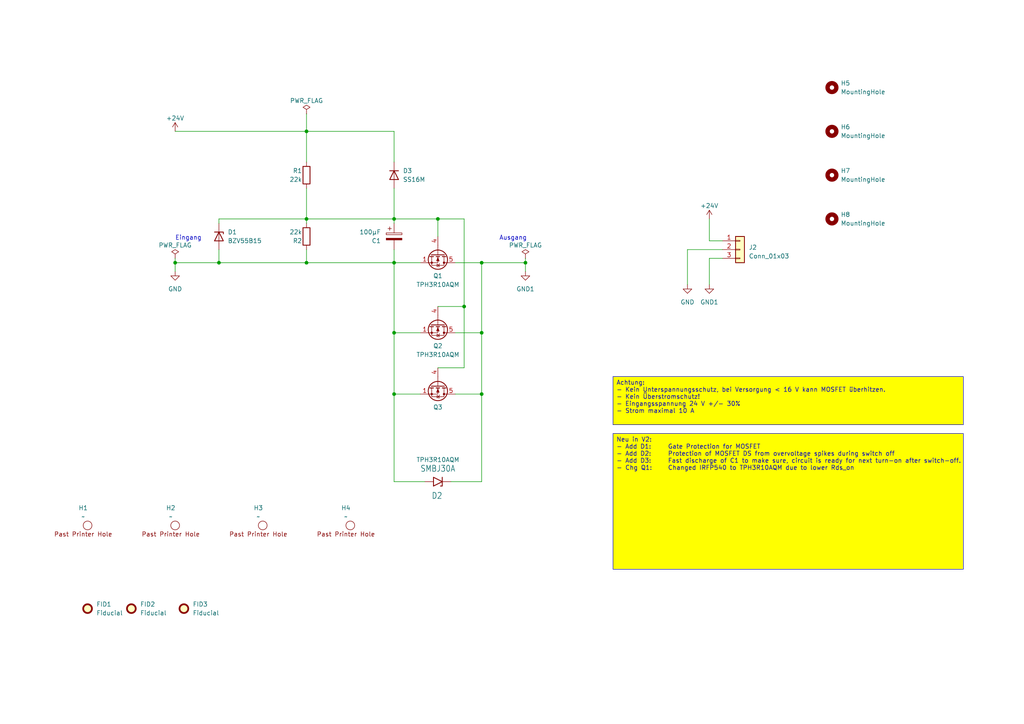
<source format=kicad_sch>
(kicad_sch
	(version 20250114)
	(generator "eeschema")
	(generator_version "9.0")
	(uuid "d4910336-60f7-438b-b4e4-b89297a89280")
	(paper "A4")
	(lib_symbols
		(symbol "Connector_Generic:Conn_01x03"
			(pin_names
				(offset 1.016)
				(hide yes)
			)
			(exclude_from_sim no)
			(in_bom yes)
			(on_board yes)
			(property "Reference" "J"
				(at 0 5.08 0)
				(effects
					(font
						(size 1.27 1.27)
					)
				)
			)
			(property "Value" "Conn_01x03"
				(at 0 -5.08 0)
				(effects
					(font
						(size 1.27 1.27)
					)
				)
			)
			(property "Footprint" ""
				(at 0 0 0)
				(effects
					(font
						(size 1.27 1.27)
					)
					(hide yes)
				)
			)
			(property "Datasheet" "~"
				(at 0 0 0)
				(effects
					(font
						(size 1.27 1.27)
					)
					(hide yes)
				)
			)
			(property "Description" "Generic connector, single row, 01x03, script generated (kicad-library-utils/schlib/autogen/connector/)"
				(at 0 0 0)
				(effects
					(font
						(size 1.27 1.27)
					)
					(hide yes)
				)
			)
			(property "ki_keywords" "connector"
				(at 0 0 0)
				(effects
					(font
						(size 1.27 1.27)
					)
					(hide yes)
				)
			)
			(property "ki_fp_filters" "Connector*:*_1x??_*"
				(at 0 0 0)
				(effects
					(font
						(size 1.27 1.27)
					)
					(hide yes)
				)
			)
			(symbol "Conn_01x03_1_1"
				(rectangle
					(start -1.27 3.81)
					(end 1.27 -3.81)
					(stroke
						(width 0.254)
						(type default)
					)
					(fill
						(type background)
					)
				)
				(rectangle
					(start -1.27 2.667)
					(end 0 2.413)
					(stroke
						(width 0.1524)
						(type default)
					)
					(fill
						(type none)
					)
				)
				(rectangle
					(start -1.27 0.127)
					(end 0 -0.127)
					(stroke
						(width 0.1524)
						(type default)
					)
					(fill
						(type none)
					)
				)
				(rectangle
					(start -1.27 -2.413)
					(end 0 -2.667)
					(stroke
						(width 0.1524)
						(type default)
					)
					(fill
						(type none)
					)
				)
				(pin passive line
					(at -5.08 2.54 0)
					(length 3.81)
					(name "Pin_1"
						(effects
							(font
								(size 1.27 1.27)
							)
						)
					)
					(number "1"
						(effects
							(font
								(size 1.27 1.27)
							)
						)
					)
				)
				(pin passive line
					(at -5.08 0 0)
					(length 3.81)
					(name "Pin_2"
						(effects
							(font
								(size 1.27 1.27)
							)
						)
					)
					(number "2"
						(effects
							(font
								(size 1.27 1.27)
							)
						)
					)
				)
				(pin passive line
					(at -5.08 -2.54 0)
					(length 3.81)
					(name "Pin_3"
						(effects
							(font
								(size 1.27 1.27)
							)
						)
					)
					(number "3"
						(effects
							(font
								(size 1.27 1.27)
							)
						)
					)
				)
			)
			(embedded_fonts no)
		)
		(symbol "Device:C_Polarized"
			(pin_numbers
				(hide yes)
			)
			(pin_names
				(offset 0.254)
			)
			(exclude_from_sim no)
			(in_bom yes)
			(on_board yes)
			(property "Reference" "C"
				(at 0.635 2.54 0)
				(effects
					(font
						(size 1.27 1.27)
					)
					(justify left)
				)
			)
			(property "Value" "C_Polarized"
				(at 0.635 -2.54 0)
				(effects
					(font
						(size 1.27 1.27)
					)
					(justify left)
				)
			)
			(property "Footprint" ""
				(at 0.9652 -3.81 0)
				(effects
					(font
						(size 1.27 1.27)
					)
					(hide yes)
				)
			)
			(property "Datasheet" "~"
				(at 0 0 0)
				(effects
					(font
						(size 1.27 1.27)
					)
					(hide yes)
				)
			)
			(property "Description" "Polarized capacitor"
				(at 0 0 0)
				(effects
					(font
						(size 1.27 1.27)
					)
					(hide yes)
				)
			)
			(property "ki_keywords" "cap capacitor"
				(at 0 0 0)
				(effects
					(font
						(size 1.27 1.27)
					)
					(hide yes)
				)
			)
			(property "ki_fp_filters" "CP_*"
				(at 0 0 0)
				(effects
					(font
						(size 1.27 1.27)
					)
					(hide yes)
				)
			)
			(symbol "C_Polarized_0_1"
				(rectangle
					(start -2.286 0.508)
					(end 2.286 1.016)
					(stroke
						(width 0)
						(type default)
					)
					(fill
						(type none)
					)
				)
				(polyline
					(pts
						(xy -1.778 2.286) (xy -0.762 2.286)
					)
					(stroke
						(width 0)
						(type default)
					)
					(fill
						(type none)
					)
				)
				(polyline
					(pts
						(xy -1.27 2.794) (xy -1.27 1.778)
					)
					(stroke
						(width 0)
						(type default)
					)
					(fill
						(type none)
					)
				)
				(rectangle
					(start 2.286 -0.508)
					(end -2.286 -1.016)
					(stroke
						(width 0)
						(type default)
					)
					(fill
						(type outline)
					)
				)
			)
			(symbol "C_Polarized_1_1"
				(pin passive line
					(at 0 3.81 270)
					(length 2.794)
					(name "~"
						(effects
							(font
								(size 1.27 1.27)
							)
						)
					)
					(number "1"
						(effects
							(font
								(size 1.27 1.27)
							)
						)
					)
				)
				(pin passive line
					(at 0 -3.81 90)
					(length 2.794)
					(name "~"
						(effects
							(font
								(size 1.27 1.27)
							)
						)
					)
					(number "2"
						(effects
							(font
								(size 1.27 1.27)
							)
						)
					)
				)
			)
			(embedded_fonts no)
		)
		(symbol "Device:D"
			(pin_numbers
				(hide yes)
			)
			(pin_names
				(offset 1.016)
				(hide yes)
			)
			(exclude_from_sim no)
			(in_bom yes)
			(on_board yes)
			(property "Reference" "D"
				(at 0 2.54 0)
				(effects
					(font
						(size 1.27 1.27)
					)
				)
			)
			(property "Value" "D"
				(at 0 -2.54 0)
				(effects
					(font
						(size 1.27 1.27)
					)
				)
			)
			(property "Footprint" ""
				(at 0 0 0)
				(effects
					(font
						(size 1.27 1.27)
					)
					(hide yes)
				)
			)
			(property "Datasheet" "~"
				(at 0 0 0)
				(effects
					(font
						(size 1.27 1.27)
					)
					(hide yes)
				)
			)
			(property "Description" "Diode"
				(at 0 0 0)
				(effects
					(font
						(size 1.27 1.27)
					)
					(hide yes)
				)
			)
			(property "Sim.Device" "D"
				(at 0 0 0)
				(effects
					(font
						(size 1.27 1.27)
					)
					(hide yes)
				)
			)
			(property "Sim.Pins" "1=K 2=A"
				(at 0 0 0)
				(effects
					(font
						(size 1.27 1.27)
					)
					(hide yes)
				)
			)
			(property "ki_keywords" "diode"
				(at 0 0 0)
				(effects
					(font
						(size 1.27 1.27)
					)
					(hide yes)
				)
			)
			(property "ki_fp_filters" "TO-???* *_Diode_* *SingleDiode* D_*"
				(at 0 0 0)
				(effects
					(font
						(size 1.27 1.27)
					)
					(hide yes)
				)
			)
			(symbol "D_0_1"
				(polyline
					(pts
						(xy -1.27 1.27) (xy -1.27 -1.27)
					)
					(stroke
						(width 0.254)
						(type default)
					)
					(fill
						(type none)
					)
				)
				(polyline
					(pts
						(xy 1.27 1.27) (xy 1.27 -1.27) (xy -1.27 0) (xy 1.27 1.27)
					)
					(stroke
						(width 0.254)
						(type default)
					)
					(fill
						(type none)
					)
				)
				(polyline
					(pts
						(xy 1.27 0) (xy -1.27 0)
					)
					(stroke
						(width 0)
						(type default)
					)
					(fill
						(type none)
					)
				)
			)
			(symbol "D_1_1"
				(pin passive line
					(at -3.81 0 0)
					(length 2.54)
					(name "K"
						(effects
							(font
								(size 1.27 1.27)
							)
						)
					)
					(number "1"
						(effects
							(font
								(size 1.27 1.27)
							)
						)
					)
				)
				(pin passive line
					(at 3.81 0 180)
					(length 2.54)
					(name "A"
						(effects
							(font
								(size 1.27 1.27)
							)
						)
					)
					(number "2"
						(effects
							(font
								(size 1.27 1.27)
							)
						)
					)
				)
			)
			(embedded_fonts no)
		)
		(symbol "Device:R"
			(pin_numbers
				(hide yes)
			)
			(pin_names
				(offset 0)
			)
			(exclude_from_sim no)
			(in_bom yes)
			(on_board yes)
			(property "Reference" "R"
				(at 2.032 0 90)
				(effects
					(font
						(size 1.27 1.27)
					)
				)
			)
			(property "Value" "R"
				(at 0 0 90)
				(effects
					(font
						(size 1.27 1.27)
					)
				)
			)
			(property "Footprint" ""
				(at -1.778 0 90)
				(effects
					(font
						(size 1.27 1.27)
					)
					(hide yes)
				)
			)
			(property "Datasheet" "~"
				(at 0 0 0)
				(effects
					(font
						(size 1.27 1.27)
					)
					(hide yes)
				)
			)
			(property "Description" "Resistor"
				(at 0 0 0)
				(effects
					(font
						(size 1.27 1.27)
					)
					(hide yes)
				)
			)
			(property "ki_keywords" "R res resistor"
				(at 0 0 0)
				(effects
					(font
						(size 1.27 1.27)
					)
					(hide yes)
				)
			)
			(property "ki_fp_filters" "R_*"
				(at 0 0 0)
				(effects
					(font
						(size 1.27 1.27)
					)
					(hide yes)
				)
			)
			(symbol "R_0_1"
				(rectangle
					(start -1.016 -2.54)
					(end 1.016 2.54)
					(stroke
						(width 0.254)
						(type default)
					)
					(fill
						(type none)
					)
				)
			)
			(symbol "R_1_1"
				(pin passive line
					(at 0 3.81 270)
					(length 1.27)
					(name "~"
						(effects
							(font
								(size 1.27 1.27)
							)
						)
					)
					(number "1"
						(effects
							(font
								(size 1.27 1.27)
							)
						)
					)
				)
				(pin passive line
					(at 0 -3.81 90)
					(length 1.27)
					(name "~"
						(effects
							(font
								(size 1.27 1.27)
							)
						)
					)
					(number "2"
						(effects
							(font
								(size 1.27 1.27)
							)
						)
					)
				)
			)
			(embedded_fonts no)
		)
		(symbol "Diode:1.5KExxA"
			(pin_numbers
				(hide yes)
			)
			(pin_names
				(offset 1.016)
				(hide yes)
			)
			(exclude_from_sim no)
			(in_bom yes)
			(on_board yes)
			(property "Reference" "D"
				(at 0 2.54 0)
				(effects
					(font
						(size 1.27 1.27)
					)
				)
			)
			(property "Value" "1.5KExxA"
				(at 0 -2.54 0)
				(effects
					(font
						(size 1.27 1.27)
					)
				)
			)
			(property "Footprint" "Diode_THT:D_DO-201AE_P15.24mm_Horizontal"
				(at 0 -5.08 0)
				(effects
					(font
						(size 1.27 1.27)
					)
					(hide yes)
				)
			)
			(property "Datasheet" "https://www.vishay.com/docs/88301/15ke.pdf"
				(at -1.27 0 0)
				(effects
					(font
						(size 1.27 1.27)
					)
					(hide yes)
				)
			)
			(property "Description" "1500W unidirectional TVS diode, DO-201AE"
				(at 0 0 0)
				(effects
					(font
						(size 1.27 1.27)
					)
					(hide yes)
				)
			)
			(property "ki_keywords" "transient voltage suppressor TRANSZORB®"
				(at 0 0 0)
				(effects
					(font
						(size 1.27 1.27)
					)
					(hide yes)
				)
			)
			(property "ki_fp_filters" "D?DO?201AE*"
				(at 0 0 0)
				(effects
					(font
						(size 1.27 1.27)
					)
					(hide yes)
				)
			)
			(symbol "1.5KExxA_0_1"
				(polyline
					(pts
						(xy -0.762 1.27) (xy -1.27 1.27) (xy -1.27 -1.27)
					)
					(stroke
						(width 0.254)
						(type default)
					)
					(fill
						(type none)
					)
				)
				(polyline
					(pts
						(xy 1.27 1.27) (xy 1.27 -1.27) (xy -1.27 0) (xy 1.27 1.27)
					)
					(stroke
						(width 0.254)
						(type default)
					)
					(fill
						(type none)
					)
				)
			)
			(symbol "1.5KExxA_1_1"
				(pin passive line
					(at -3.81 0 0)
					(length 2.54)
					(name "A1"
						(effects
							(font
								(size 1.27 1.27)
							)
						)
					)
					(number "1"
						(effects
							(font
								(size 1.27 1.27)
							)
						)
					)
				)
				(pin passive line
					(at 3.81 0 180)
					(length 2.54)
					(name "A2"
						(effects
							(font
								(size 1.27 1.27)
							)
						)
					)
					(number "2"
						(effects
							(font
								(size 1.27 1.27)
							)
						)
					)
				)
			)
			(embedded_fonts no)
		)
		(symbol "Diode:BZV55B15"
			(pin_numbers
				(hide yes)
			)
			(pin_names
				(hide yes)
			)
			(exclude_from_sim no)
			(in_bom yes)
			(on_board yes)
			(property "Reference" "D"
				(at 0 2.54 0)
				(effects
					(font
						(size 1.27 1.27)
					)
				)
			)
			(property "Value" "BZV55B15"
				(at 0 -2.54 0)
				(effects
					(font
						(size 1.27 1.27)
					)
				)
			)
			(property "Footprint" "Diode_SMD:D_MiniMELF"
				(at 0 -4.445 0)
				(effects
					(font
						(size 1.27 1.27)
					)
					(hide yes)
				)
			)
			(property "Datasheet" "https://assets.nexperia.com/documents/data-sheet/BZV55_SER.pdf"
				(at 0 0 0)
				(effects
					(font
						(size 1.27 1.27)
					)
					(hide yes)
				)
			)
			(property "Description" "15V, 500mW, 2%, Zener diode, MiniMELF"
				(at 0 0 0)
				(effects
					(font
						(size 1.27 1.27)
					)
					(hide yes)
				)
			)
			(property "ki_keywords" "zener diode"
				(at 0 0 0)
				(effects
					(font
						(size 1.27 1.27)
					)
					(hide yes)
				)
			)
			(property "ki_fp_filters" "D*MiniMELF*"
				(at 0 0 0)
				(effects
					(font
						(size 1.27 1.27)
					)
					(hide yes)
				)
			)
			(symbol "BZV55B15_0_1"
				(polyline
					(pts
						(xy -1.27 -1.27) (xy -1.27 1.27) (xy -0.762 1.27)
					)
					(stroke
						(width 0.254)
						(type default)
					)
					(fill
						(type none)
					)
				)
				(polyline
					(pts
						(xy 1.27 0) (xy -1.27 0)
					)
					(stroke
						(width 0)
						(type default)
					)
					(fill
						(type none)
					)
				)
				(polyline
					(pts
						(xy 1.27 -1.27) (xy 1.27 1.27) (xy -1.27 0) (xy 1.27 -1.27)
					)
					(stroke
						(width 0.254)
						(type default)
					)
					(fill
						(type none)
					)
				)
			)
			(symbol "BZV55B15_1_1"
				(pin passive line
					(at -3.81 0 0)
					(length 2.54)
					(name "K"
						(effects
							(font
								(size 1.27 1.27)
							)
						)
					)
					(number "1"
						(effects
							(font
								(size 1.27 1.27)
							)
						)
					)
				)
				(pin passive line
					(at 3.81 0 180)
					(length 2.54)
					(name "A"
						(effects
							(font
								(size 1.27 1.27)
							)
						)
					)
					(number "2"
						(effects
							(font
								(size 1.27 1.27)
							)
						)
					)
				)
			)
			(embedded_fonts no)
		)
		(symbol "Mechanical:Fiducial"
			(exclude_from_sim no)
			(in_bom yes)
			(on_board yes)
			(property "Reference" "FID"
				(at 0 5.08 0)
				(effects
					(font
						(size 1.27 1.27)
					)
				)
			)
			(property "Value" "Fiducial"
				(at 0 3.175 0)
				(effects
					(font
						(size 1.27 1.27)
					)
				)
			)
			(property "Footprint" ""
				(at 0 0 0)
				(effects
					(font
						(size 1.27 1.27)
					)
					(hide yes)
				)
			)
			(property "Datasheet" "~"
				(at 0 0 0)
				(effects
					(font
						(size 1.27 1.27)
					)
					(hide yes)
				)
			)
			(property "Description" "Fiducial Marker"
				(at 0 0 0)
				(effects
					(font
						(size 1.27 1.27)
					)
					(hide yes)
				)
			)
			(property "ki_keywords" "fiducial marker"
				(at 0 0 0)
				(effects
					(font
						(size 1.27 1.27)
					)
					(hide yes)
				)
			)
			(property "ki_fp_filters" "Fiducial*"
				(at 0 0 0)
				(effects
					(font
						(size 1.27 1.27)
					)
					(hide yes)
				)
			)
			(symbol "Fiducial_0_1"
				(circle
					(center 0 0)
					(radius 1.27)
					(stroke
						(width 0.508)
						(type default)
					)
					(fill
						(type background)
					)
				)
			)
			(embedded_fonts no)
		)
		(symbol "Mechanical:MountingHole"
			(pin_names
				(offset 1.016)
			)
			(exclude_from_sim yes)
			(in_bom no)
			(on_board yes)
			(property "Reference" "H"
				(at 0 5.08 0)
				(effects
					(font
						(size 1.27 1.27)
					)
				)
			)
			(property "Value" "MountingHole"
				(at 0 3.175 0)
				(effects
					(font
						(size 1.27 1.27)
					)
				)
			)
			(property "Footprint" ""
				(at 0 0 0)
				(effects
					(font
						(size 1.27 1.27)
					)
					(hide yes)
				)
			)
			(property "Datasheet" "~"
				(at 0 0 0)
				(effects
					(font
						(size 1.27 1.27)
					)
					(hide yes)
				)
			)
			(property "Description" "Mounting Hole without connection"
				(at 0 0 0)
				(effects
					(font
						(size 1.27 1.27)
					)
					(hide yes)
				)
			)
			(property "ki_keywords" "mounting hole"
				(at 0 0 0)
				(effects
					(font
						(size 1.27 1.27)
					)
					(hide yes)
				)
			)
			(property "ki_fp_filters" "MountingHole*"
				(at 0 0 0)
				(effects
					(font
						(size 1.27 1.27)
					)
					(hide yes)
				)
			)
			(symbol "MountingHole_0_1"
				(circle
					(center 0 0)
					(radius 1.27)
					(stroke
						(width 1.27)
						(type default)
					)
					(fill
						(type none)
					)
				)
			)
			(embedded_fonts no)
		)
		(symbol "Transistor_FET:SiR696DP"
			(pin_names
				(hide yes)
			)
			(exclude_from_sim no)
			(in_bom yes)
			(on_board yes)
			(property "Reference" "Q"
				(at 5.08 1.905 0)
				(effects
					(font
						(size 1.27 1.27)
					)
					(justify left)
				)
			)
			(property "Value" "SiR696DP"
				(at 5.08 0 0)
				(effects
					(font
						(size 1.27 1.27)
					)
					(justify left)
				)
			)
			(property "Footprint" "Package_SO:PowerPAK_SO-8_Single"
				(at 5.08 -1.905 0)
				(effects
					(font
						(size 1.27 1.27)
						(italic yes)
					)
					(justify left)
					(hide yes)
				)
			)
			(property "Datasheet" "https://www.vishay.com/docs/65689/sir696dp.pdf"
				(at 5.08 -3.81 0)
				(effects
					(font
						(size 1.27 1.27)
					)
					(justify left)
					(hide yes)
				)
			)
			(property "Description" "60A Id, 125V Vds N-Channel MOSFET, 9.6mOhm Ron, 19.4 nC Qg(typ), PowerPAK-8"
				(at 0 0 0)
				(effects
					(font
						(size 1.27 1.27)
					)
					(hide yes)
				)
			)
			(property "ki_keywords" "NMOS NFET Vishay"
				(at 0 0 0)
				(effects
					(font
						(size 1.27 1.27)
					)
					(hide yes)
				)
			)
			(property "ki_fp_filters" "PowerPAK*SO*Single*"
				(at 0 0 0)
				(effects
					(font
						(size 1.27 1.27)
					)
					(hide yes)
				)
			)
			(symbol "SiR696DP_0_1"
				(polyline
					(pts
						(xy 0.254 1.905) (xy 0.254 -1.905)
					)
					(stroke
						(width 0.254)
						(type default)
					)
					(fill
						(type none)
					)
				)
				(polyline
					(pts
						(xy 0.254 0) (xy -2.54 0)
					)
					(stroke
						(width 0)
						(type default)
					)
					(fill
						(type none)
					)
				)
				(polyline
					(pts
						(xy 0.762 2.286) (xy 0.762 1.27)
					)
					(stroke
						(width 0.254)
						(type default)
					)
					(fill
						(type none)
					)
				)
				(polyline
					(pts
						(xy 0.762 0.508) (xy 0.762 -0.508)
					)
					(stroke
						(width 0.254)
						(type default)
					)
					(fill
						(type none)
					)
				)
				(polyline
					(pts
						(xy 0.762 -1.27) (xy 0.762 -2.286)
					)
					(stroke
						(width 0.254)
						(type default)
					)
					(fill
						(type none)
					)
				)
				(polyline
					(pts
						(xy 0.762 -1.778) (xy 3.302 -1.778) (xy 3.302 1.778) (xy 0.762 1.778)
					)
					(stroke
						(width 0)
						(type default)
					)
					(fill
						(type none)
					)
				)
				(polyline
					(pts
						(xy 1.016 0) (xy 2.032 0.381) (xy 2.032 -0.381) (xy 1.016 0)
					)
					(stroke
						(width 0)
						(type default)
					)
					(fill
						(type outline)
					)
				)
				(circle
					(center 1.651 0)
					(radius 2.794)
					(stroke
						(width 0.254)
						(type default)
					)
					(fill
						(type none)
					)
				)
				(polyline
					(pts
						(xy 2.54 2.54) (xy 2.54 1.778)
					)
					(stroke
						(width 0)
						(type default)
					)
					(fill
						(type none)
					)
				)
				(circle
					(center 2.54 1.778)
					(radius 0.254)
					(stroke
						(width 0)
						(type default)
					)
					(fill
						(type outline)
					)
				)
				(circle
					(center 2.54 -1.778)
					(radius 0.254)
					(stroke
						(width 0)
						(type default)
					)
					(fill
						(type outline)
					)
				)
				(polyline
					(pts
						(xy 2.54 -2.54) (xy 2.54 0) (xy 0.762 0)
					)
					(stroke
						(width 0)
						(type default)
					)
					(fill
						(type none)
					)
				)
				(polyline
					(pts
						(xy 2.794 0.508) (xy 2.921 0.381) (xy 3.683 0.381) (xy 3.81 0.254)
					)
					(stroke
						(width 0)
						(type default)
					)
					(fill
						(type none)
					)
				)
				(polyline
					(pts
						(xy 3.302 0.381) (xy 2.921 -0.254) (xy 3.683 -0.254) (xy 3.302 0.381)
					)
					(stroke
						(width 0)
						(type default)
					)
					(fill
						(type none)
					)
				)
			)
			(symbol "SiR696DP_1_1"
				(pin input line
					(at -5.08 0 0)
					(length 2.54)
					(name "G"
						(effects
							(font
								(size 1.27 1.27)
							)
						)
					)
					(number "4"
						(effects
							(font
								(size 1.27 1.27)
							)
						)
					)
				)
				(pin passive line
					(at 2.54 5.08 270)
					(length 2.54)
					(name "D"
						(effects
							(font
								(size 1.27 1.27)
							)
						)
					)
					(number "5"
						(effects
							(font
								(size 1.27 1.27)
							)
						)
					)
				)
				(pin passive line
					(at 2.54 -5.08 90)
					(length 2.54)
					(name "S"
						(effects
							(font
								(size 1.27 1.27)
							)
						)
					)
					(number "1"
						(effects
							(font
								(size 1.27 1.27)
							)
						)
					)
				)
				(pin passive line
					(at 2.54 -5.08 90)
					(length 2.54)
					(hide yes)
					(name "S"
						(effects
							(font
								(size 1.27 1.27)
							)
						)
					)
					(number "2"
						(effects
							(font
								(size 1.27 1.27)
							)
						)
					)
				)
				(pin passive line
					(at 2.54 -5.08 90)
					(length 2.54)
					(hide yes)
					(name "S"
						(effects
							(font
								(size 1.27 1.27)
							)
						)
					)
					(number "3"
						(effects
							(font
								(size 1.27 1.27)
							)
						)
					)
				)
			)
			(embedded_fonts no)
		)
		(symbol "myMounting:mounting_past_printer"
			(exclude_from_sim no)
			(in_bom no)
			(on_board yes)
			(property "Reference" "H"
				(at 0 0 0)
				(effects
					(font
						(size 1.27 1.27)
					)
				)
			)
			(property "Value" ""
				(at 0 0 0)
				(effects
					(font
						(size 1.27 1.27)
					)
				)
			)
			(property "Footprint" "myHoles:printer_mounting_holes_1mm"
				(at 0 0 0)
				(effects
					(font
						(size 1.27 1.27)
					)
					(hide yes)
				)
			)
			(property "Datasheet" ""
				(at 0 0 0)
				(effects
					(font
						(size 1.27 1.27)
					)
					(hide yes)
				)
			)
			(property "Description" ""
				(at 0 0 0)
				(effects
					(font
						(size 1.27 1.27)
					)
					(hide yes)
				)
			)
			(symbol "mounting_past_printer_0_1"
				(circle
					(center 0 0)
					(radius 1.27)
					(stroke
						(width 0)
						(type default)
					)
					(fill
						(type none)
					)
				)
			)
			(symbol "mounting_past_printer_1_1"
				(text "Past Printer Hole\n"
					(at -1.27 -2.54 0)
					(effects
						(font
							(size 1.27 1.27)
						)
					)
				)
			)
			(embedded_fonts no)
		)
		(symbol "power:+24V"
			(power)
			(pin_names
				(offset 0)
			)
			(exclude_from_sim no)
			(in_bom yes)
			(on_board yes)
			(property "Reference" "#PWR"
				(at 0 -3.81 0)
				(effects
					(font
						(size 1.27 1.27)
					)
					(hide yes)
				)
			)
			(property "Value" "+24V"
				(at 0 3.556 0)
				(effects
					(font
						(size 1.27 1.27)
					)
				)
			)
			(property "Footprint" ""
				(at 0 0 0)
				(effects
					(font
						(size 1.27 1.27)
					)
					(hide yes)
				)
			)
			(property "Datasheet" ""
				(at 0 0 0)
				(effects
					(font
						(size 1.27 1.27)
					)
					(hide yes)
				)
			)
			(property "Description" "Power symbol creates a global label with name \"+24V\""
				(at 0 0 0)
				(effects
					(font
						(size 1.27 1.27)
					)
					(hide yes)
				)
			)
			(property "ki_keywords" "global power"
				(at 0 0 0)
				(effects
					(font
						(size 1.27 1.27)
					)
					(hide yes)
				)
			)
			(symbol "+24V_0_1"
				(polyline
					(pts
						(xy -0.762 1.27) (xy 0 2.54)
					)
					(stroke
						(width 0)
						(type default)
					)
					(fill
						(type none)
					)
				)
				(polyline
					(pts
						(xy 0 2.54) (xy 0.762 1.27)
					)
					(stroke
						(width 0)
						(type default)
					)
					(fill
						(type none)
					)
				)
				(polyline
					(pts
						(xy 0 0) (xy 0 2.54)
					)
					(stroke
						(width 0)
						(type default)
					)
					(fill
						(type none)
					)
				)
			)
			(symbol "+24V_1_1"
				(pin power_in line
					(at 0 0 90)
					(length 0)
					(hide yes)
					(name "+24V"
						(effects
							(font
								(size 1.27 1.27)
							)
						)
					)
					(number "1"
						(effects
							(font
								(size 1.27 1.27)
							)
						)
					)
				)
			)
			(embedded_fonts no)
		)
		(symbol "power:GND"
			(power)
			(pin_names
				(offset 0)
			)
			(exclude_from_sim no)
			(in_bom yes)
			(on_board yes)
			(property "Reference" "#PWR"
				(at 0 -6.35 0)
				(effects
					(font
						(size 1.27 1.27)
					)
					(hide yes)
				)
			)
			(property "Value" "GND"
				(at 0 -3.81 0)
				(effects
					(font
						(size 1.27 1.27)
					)
				)
			)
			(property "Footprint" ""
				(at 0 0 0)
				(effects
					(font
						(size 1.27 1.27)
					)
					(hide yes)
				)
			)
			(property "Datasheet" ""
				(at 0 0 0)
				(effects
					(font
						(size 1.27 1.27)
					)
					(hide yes)
				)
			)
			(property "Description" "Power symbol creates a global label with name \"GND\" , ground"
				(at 0 0 0)
				(effects
					(font
						(size 1.27 1.27)
					)
					(hide yes)
				)
			)
			(property "ki_keywords" "global power"
				(at 0 0 0)
				(effects
					(font
						(size 1.27 1.27)
					)
					(hide yes)
				)
			)
			(symbol "GND_0_1"
				(polyline
					(pts
						(xy 0 0) (xy 0 -1.27) (xy 1.27 -1.27) (xy 0 -2.54) (xy -1.27 -1.27) (xy 0 -1.27)
					)
					(stroke
						(width 0)
						(type default)
					)
					(fill
						(type none)
					)
				)
			)
			(symbol "GND_1_1"
				(pin power_in line
					(at 0 0 270)
					(length 0)
					(hide yes)
					(name "GND"
						(effects
							(font
								(size 1.27 1.27)
							)
						)
					)
					(number "1"
						(effects
							(font
								(size 1.27 1.27)
							)
						)
					)
				)
			)
			(embedded_fonts no)
		)
		(symbol "power:GND1"
			(power)
			(pin_names
				(offset 0)
			)
			(exclude_from_sim no)
			(in_bom yes)
			(on_board yes)
			(property "Reference" "#PWR"
				(at 0 -6.35 0)
				(effects
					(font
						(size 1.27 1.27)
					)
					(hide yes)
				)
			)
			(property "Value" "GND1"
				(at 0 -3.81 0)
				(effects
					(font
						(size 1.27 1.27)
					)
				)
			)
			(property "Footprint" ""
				(at 0 0 0)
				(effects
					(font
						(size 1.27 1.27)
					)
					(hide yes)
				)
			)
			(property "Datasheet" ""
				(at 0 0 0)
				(effects
					(font
						(size 1.27 1.27)
					)
					(hide yes)
				)
			)
			(property "Description" "Power symbol creates a global label with name \"GND1\" , ground"
				(at 0 0 0)
				(effects
					(font
						(size 1.27 1.27)
					)
					(hide yes)
				)
			)
			(property "ki_keywords" "global power"
				(at 0 0 0)
				(effects
					(font
						(size 1.27 1.27)
					)
					(hide yes)
				)
			)
			(symbol "GND1_0_1"
				(polyline
					(pts
						(xy 0 0) (xy 0 -1.27) (xy 1.27 -1.27) (xy 0 -2.54) (xy -1.27 -1.27) (xy 0 -1.27)
					)
					(stroke
						(width 0)
						(type default)
					)
					(fill
						(type none)
					)
				)
			)
			(symbol "GND1_1_1"
				(pin power_in line
					(at 0 0 270)
					(length 0)
					(hide yes)
					(name "GND1"
						(effects
							(font
								(size 1.27 1.27)
							)
						)
					)
					(number "1"
						(effects
							(font
								(size 1.27 1.27)
							)
						)
					)
				)
			)
			(embedded_fonts no)
		)
		(symbol "power:PWR_FLAG"
			(power)
			(pin_numbers
				(hide yes)
			)
			(pin_names
				(offset 0)
				(hide yes)
			)
			(exclude_from_sim no)
			(in_bom yes)
			(on_board yes)
			(property "Reference" "#FLG"
				(at 0 1.905 0)
				(effects
					(font
						(size 1.27 1.27)
					)
					(hide yes)
				)
			)
			(property "Value" "PWR_FLAG"
				(at 0 3.81 0)
				(effects
					(font
						(size 1.27 1.27)
					)
				)
			)
			(property "Footprint" ""
				(at 0 0 0)
				(effects
					(font
						(size 1.27 1.27)
					)
					(hide yes)
				)
			)
			(property "Datasheet" "~"
				(at 0 0 0)
				(effects
					(font
						(size 1.27 1.27)
					)
					(hide yes)
				)
			)
			(property "Description" "Special symbol for telling ERC where power comes from"
				(at 0 0 0)
				(effects
					(font
						(size 1.27 1.27)
					)
					(hide yes)
				)
			)
			(property "ki_keywords" "flag power"
				(at 0 0 0)
				(effects
					(font
						(size 1.27 1.27)
					)
					(hide yes)
				)
			)
			(symbol "PWR_FLAG_0_0"
				(pin power_out line
					(at 0 0 90)
					(length 0)
					(name "pwr"
						(effects
							(font
								(size 1.27 1.27)
							)
						)
					)
					(number "1"
						(effects
							(font
								(size 1.27 1.27)
							)
						)
					)
				)
			)
			(symbol "PWR_FLAG_0_1"
				(polyline
					(pts
						(xy 0 0) (xy 0 1.27) (xy -1.016 1.905) (xy 0 2.54) (xy 1.016 1.905) (xy 0 1.27)
					)
					(stroke
						(width 0)
						(type default)
					)
					(fill
						(type none)
					)
				)
			)
			(embedded_fonts no)
		)
	)
	(text "Eingang"
		(exclude_from_sim no)
		(at 50.8 69.85 0)
		(effects
			(font
				(size 1.27 1.27)
			)
			(justify left bottom)
		)
		(uuid "2f37d350-9a37-4ed4-be1f-766ffac6f5f5")
	)
	(text "Ausgang"
		(exclude_from_sim no)
		(at 144.78 69.85 0)
		(effects
			(font
				(size 1.27 1.27)
			)
			(justify left bottom)
		)
		(uuid "843951bf-6930-46c3-adb6-8026d8b41082")
	)
	(text_box "Neu in V2:\n- Add D1: 	Gate Protection for MOSFET\n- Add D2:	Protection of MOSFET DS from overvoltage spikes during switch off\n- Add D3:	Fast discharge of C1 to make sure, circuit is ready for next turn-on after switch-off.\n- Chg Q1:	Changed IRFP540 to TPH3R10AQM due to lower Rds_on"
		(exclude_from_sim no)
		(at 177.8 125.73 0)
		(size 101.6 39.37)
		(margins 0.9525 0.9525 0.9525 0.9525)
		(stroke
			(width 0)
			(type default)
		)
		(fill
			(type color)
			(color 255 255 0 1)
		)
		(effects
			(font
				(size 1.27 1.27)
			)
			(justify left top)
		)
		(uuid "a5df0a26-7996-46e9-8bb6-bf7b9b09b893")
	)
	(text_box "Achtung:\n- Kein Unterspannungsschutz, bei Versorgung < 16 V kann MOSFET überhitzen.\n- Kein Überstromschutz! \n- Eingangsspannung 24 V +/- 30%\n- Strom maximal 10 A"
		(exclude_from_sim no)
		(at 177.8 109.22 0)
		(size 101.6 13.97)
		(margins 0.9525 0.9525 0.9525 0.9525)
		(stroke
			(width 0)
			(type default)
		)
		(fill
			(type color)
			(color 255 255 0 1)
		)
		(effects
			(font
				(size 1.27 1.27)
			)
			(justify left top)
		)
		(uuid "f5e95e32-5a92-4a66-a0dd-d346979ae75e")
	)
	(junction
		(at 88.9 38.1)
		(diameter 0)
		(color 0 0 0 0)
		(uuid "0cacd324-1b3b-453f-a633-1c6cec7a0a20")
	)
	(junction
		(at 114.3 63.5)
		(diameter 0)
		(color 0 0 0 0)
		(uuid "10de7764-65bf-4ab6-92ee-1d0ba8ecd3a2")
	)
	(junction
		(at 127 63.5)
		(diameter 0)
		(color 0 0 0 0)
		(uuid "2817d560-0c9d-47e7-b02a-d61ee058e4c6")
	)
	(junction
		(at 139.7 96.52)
		(diameter 0)
		(color 0 0 0 0)
		(uuid "353031f3-0027-411d-9ed7-e08a85aebd60")
	)
	(junction
		(at 88.9 76.2)
		(diameter 0)
		(color 0 0 0 0)
		(uuid "3927bf7d-3da2-44a1-906e-894574f7f41c")
	)
	(junction
		(at 152.4 76.2)
		(diameter 0)
		(color 0 0 0 0)
		(uuid "6e96b056-972e-47dd-a524-9b1d97f11436")
	)
	(junction
		(at 114.3 96.52)
		(diameter 0)
		(color 0 0 0 0)
		(uuid "acb7c05e-64be-470f-bb90-23c693ca80bf")
	)
	(junction
		(at 50.8 76.2)
		(diameter 0)
		(color 0 0 0 0)
		(uuid "aeff1e2b-9497-45b7-95e6-32a8ab68a49f")
	)
	(junction
		(at 63.5 76.2)
		(diameter 0)
		(color 0 0 0 0)
		(uuid "b0338150-505f-4894-8276-4628bc0342f3")
	)
	(junction
		(at 88.9 63.5)
		(diameter 0)
		(color 0 0 0 0)
		(uuid "ba030198-6523-4e45-96f0-4b752251e606")
	)
	(junction
		(at 139.7 76.2)
		(diameter 0)
		(color 0 0 0 0)
		(uuid "c811f16a-ae4e-4177-b3e5-049a098f13a8")
	)
	(junction
		(at 114.3 76.2)
		(diameter 0)
		(color 0 0 0 0)
		(uuid "d8536c82-7b1a-4125-b88b-a4250118c4f7")
	)
	(junction
		(at 134.62 88.9)
		(diameter 0)
		(color 0 0 0 0)
		(uuid "e1148a50-8a8b-46b5-b955-4118bec1d445")
	)
	(junction
		(at 114.3 114.3)
		(diameter 0)
		(color 0 0 0 0)
		(uuid "f1bf80a7-bdb1-4dcf-a031-6c3be20670cd")
	)
	(junction
		(at 139.7 114.3)
		(diameter 0)
		(color 0 0 0 0)
		(uuid "f2b87943-795f-45a4-aa5f-f860a1d49fca")
	)
	(wire
		(pts
			(xy 114.3 96.52) (xy 114.3 114.3)
		)
		(stroke
			(width 0)
			(type default)
		)
		(uuid "029f9300-86dd-452d-a345-b566994e7715")
	)
	(wire
		(pts
			(xy 139.7 96.52) (xy 139.7 114.3)
		)
		(stroke
			(width 0)
			(type default)
		)
		(uuid "02c18ef9-657e-49f5-94a2-dbf631176eef")
	)
	(wire
		(pts
			(xy 63.5 63.5) (xy 88.9 63.5)
		)
		(stroke
			(width 0)
			(type default)
		)
		(uuid "055c81aa-2e82-4019-96ea-0d0fa75ccd98")
	)
	(wire
		(pts
			(xy 88.9 33.02) (xy 88.9 38.1)
		)
		(stroke
			(width 0)
			(type default)
		)
		(uuid "127b20b2-a81b-4568-84cf-27be0950b179")
	)
	(wire
		(pts
			(xy 50.8 76.2) (xy 63.5 76.2)
		)
		(stroke
			(width 0)
			(type default)
		)
		(uuid "15b7dedf-9193-42e8-ab08-f4c825ef3b14")
	)
	(wire
		(pts
			(xy 139.7 76.2) (xy 139.7 96.52)
		)
		(stroke
			(width 0)
			(type default)
		)
		(uuid "1b5733e2-c52c-46b5-a7ff-49b357756e96")
	)
	(wire
		(pts
			(xy 114.3 114.3) (xy 114.3 139.7)
		)
		(stroke
			(width 0)
			(type default)
		)
		(uuid "1c221707-7bbe-4d72-81fd-e0e6f7f7f7bb")
	)
	(wire
		(pts
			(xy 130.81 139.7) (xy 139.7 139.7)
		)
		(stroke
			(width 0)
			(type default)
		)
		(uuid "205cd823-2e01-4eae-8925-e0e9b8e02159")
	)
	(wire
		(pts
			(xy 152.4 74.93) (xy 152.4 76.2)
		)
		(stroke
			(width 0)
			(type default)
		)
		(uuid "253d7cc0-7a02-4599-bc67-bec1b20e28fe")
	)
	(wire
		(pts
			(xy 127 63.5) (xy 127 68.58)
		)
		(stroke
			(width 0)
			(type default)
		)
		(uuid "2a0f1c88-dd64-43ee-9a01-285e850cc70e")
	)
	(wire
		(pts
			(xy 205.74 69.85) (xy 209.55 69.85)
		)
		(stroke
			(width 0)
			(type default)
		)
		(uuid "2a36d05e-9729-4817-9767-af4b63f3e769")
	)
	(wire
		(pts
			(xy 205.74 74.93) (xy 205.74 82.55)
		)
		(stroke
			(width 0)
			(type default)
		)
		(uuid "38998cbd-caf5-4c0f-ab4b-73ec06ca233d")
	)
	(wire
		(pts
			(xy 88.9 38.1) (xy 114.3 38.1)
		)
		(stroke
			(width 0)
			(type default)
		)
		(uuid "399f5164-6e65-4af8-ba0d-db7c9f9599b4")
	)
	(wire
		(pts
			(xy 88.9 38.1) (xy 50.8 38.1)
		)
		(stroke
			(width 0)
			(type default)
		)
		(uuid "3b2b176c-3813-448b-a7f5-8dc9dfef7b92")
	)
	(wire
		(pts
			(xy 88.9 54.61) (xy 88.9 63.5)
		)
		(stroke
			(width 0)
			(type default)
		)
		(uuid "3e2b43c5-e9bb-49f1-8364-0756189ad1f5")
	)
	(wire
		(pts
			(xy 88.9 72.39) (xy 88.9 76.2)
		)
		(stroke
			(width 0)
			(type default)
		)
		(uuid "427f8384-838f-4420-8efe-07ab42418984")
	)
	(wire
		(pts
			(xy 114.3 63.5) (xy 114.3 64.77)
		)
		(stroke
			(width 0)
			(type default)
		)
		(uuid "6132f218-6f34-4b22-906b-5be36f03c721")
	)
	(wire
		(pts
			(xy 114.3 96.52) (xy 121.92 96.52)
		)
		(stroke
			(width 0)
			(type default)
		)
		(uuid "6436dec4-f18d-4bf2-8c11-a5cabc98986c")
	)
	(wire
		(pts
			(xy 127 106.68) (xy 134.62 106.68)
		)
		(stroke
			(width 0)
			(type default)
		)
		(uuid "6caa6215-0bb2-430a-90ec-151988ad1b65")
	)
	(wire
		(pts
			(xy 63.5 64.77) (xy 63.5 63.5)
		)
		(stroke
			(width 0)
			(type default)
		)
		(uuid "742bc4dd-067e-4ee9-b5ac-6a7fd9f0c0d1")
	)
	(wire
		(pts
			(xy 205.74 74.93) (xy 209.55 74.93)
		)
		(stroke
			(width 0)
			(type default)
		)
		(uuid "77c6e12f-b96e-4dce-bcda-fe07b5b767c9")
	)
	(wire
		(pts
			(xy 88.9 76.2) (xy 114.3 76.2)
		)
		(stroke
			(width 0)
			(type default)
		)
		(uuid "7bd47814-4f70-4262-8506-0485f1a45e08")
	)
	(wire
		(pts
			(xy 139.7 114.3) (xy 139.7 139.7)
		)
		(stroke
			(width 0)
			(type default)
		)
		(uuid "7cb3971d-8ebc-4756-b7db-9dc9f2e0bb56")
	)
	(wire
		(pts
			(xy 114.3 76.2) (xy 114.3 96.52)
		)
		(stroke
			(width 0)
			(type default)
		)
		(uuid "86c81d26-aeae-4809-9804-a543796a21c2")
	)
	(wire
		(pts
			(xy 114.3 76.2) (xy 121.92 76.2)
		)
		(stroke
			(width 0)
			(type default)
		)
		(uuid "88c9ad31-915c-47cd-91e9-bc522111544a")
	)
	(wire
		(pts
			(xy 134.62 63.5) (xy 134.62 88.9)
		)
		(stroke
			(width 0)
			(type default)
		)
		(uuid "8e991ece-7af2-4a85-9130-1c84ed1e4d11")
	)
	(wire
		(pts
			(xy 88.9 63.5) (xy 88.9 64.77)
		)
		(stroke
			(width 0)
			(type default)
		)
		(uuid "9183d80f-07eb-4b02-9801-5a5e1b0ad8cd")
	)
	(wire
		(pts
			(xy 127 63.5) (xy 134.62 63.5)
		)
		(stroke
			(width 0)
			(type default)
		)
		(uuid "a838df54-135b-4a86-9218-863aaf6ec673")
	)
	(wire
		(pts
			(xy 88.9 63.5) (xy 114.3 63.5)
		)
		(stroke
			(width 0)
			(type default)
		)
		(uuid "aa7f7254-7db1-477b-a9fe-a1fcae8fdb7d")
	)
	(wire
		(pts
			(xy 50.8 74.93) (xy 50.8 76.2)
		)
		(stroke
			(width 0)
			(type default)
		)
		(uuid "b56c00fb-e33b-4556-ae8c-f070d131e43d")
	)
	(wire
		(pts
			(xy 132.08 114.3) (xy 139.7 114.3)
		)
		(stroke
			(width 0)
			(type default)
		)
		(uuid "b77eea1a-444e-4f95-918f-191608dfd533")
	)
	(wire
		(pts
			(xy 88.9 46.99) (xy 88.9 38.1)
		)
		(stroke
			(width 0)
			(type default)
		)
		(uuid "bb049fe7-618f-415a-ab12-1e688a3d89b7")
	)
	(wire
		(pts
			(xy 134.62 88.9) (xy 134.62 106.68)
		)
		(stroke
			(width 0)
			(type default)
		)
		(uuid "bb36f886-b745-48cc-bee1-111b03c8bc8a")
	)
	(wire
		(pts
			(xy 63.5 76.2) (xy 88.9 76.2)
		)
		(stroke
			(width 0)
			(type default)
		)
		(uuid "bb38f9ef-618a-43af-987a-479478749409")
	)
	(wire
		(pts
			(xy 127 88.9) (xy 134.62 88.9)
		)
		(stroke
			(width 0)
			(type default)
		)
		(uuid "be135e1d-816b-4081-8056-8b9961fb698a")
	)
	(wire
		(pts
			(xy 132.08 76.2) (xy 139.7 76.2)
		)
		(stroke
			(width 0)
			(type default)
		)
		(uuid "c0f651f8-b7b9-4441-bdb3-44d13bdc16ef")
	)
	(wire
		(pts
			(xy 63.5 72.39) (xy 63.5 76.2)
		)
		(stroke
			(width 0)
			(type default)
		)
		(uuid "c250d191-dd47-4bcc-9fa3-1f571d69e095")
	)
	(wire
		(pts
			(xy 50.8 78.74) (xy 50.8 76.2)
		)
		(stroke
			(width 0)
			(type default)
		)
		(uuid "c9dc8473-9155-485f-b89a-c1fa2803f445")
	)
	(wire
		(pts
			(xy 114.3 63.5) (xy 127 63.5)
		)
		(stroke
			(width 0)
			(type default)
		)
		(uuid "cd2d1aac-66e4-4658-8000-008942d4e05c")
	)
	(wire
		(pts
			(xy 114.3 54.61) (xy 114.3 63.5)
		)
		(stroke
			(width 0)
			(type default)
		)
		(uuid "d0a5418c-fd5b-4ec1-8edc-0512ee71fb20")
	)
	(wire
		(pts
			(xy 209.55 72.39) (xy 199.39 72.39)
		)
		(stroke
			(width 0)
			(type default)
		)
		(uuid "e5afc2a9-f972-4a05-8876-95d41138f18e")
	)
	(wire
		(pts
			(xy 114.3 38.1) (xy 114.3 46.99)
		)
		(stroke
			(width 0)
			(type default)
		)
		(uuid "e72bf780-6ce3-4ed2-a3ff-7cfad6876d22")
	)
	(wire
		(pts
			(xy 114.3 139.7) (xy 123.19 139.7)
		)
		(stroke
			(width 0)
			(type default)
		)
		(uuid "e8eabeaf-31e6-4f2f-8d83-3a7e68815fca")
	)
	(wire
		(pts
			(xy 139.7 76.2) (xy 152.4 76.2)
		)
		(stroke
			(width 0)
			(type default)
		)
		(uuid "ec8a26d7-1040-4888-9539-0cee38f1a238")
	)
	(wire
		(pts
			(xy 114.3 114.3) (xy 121.92 114.3)
		)
		(stroke
			(width 0)
			(type default)
		)
		(uuid "f2997146-0d28-4f4e-b812-cafbff54b097")
	)
	(wire
		(pts
			(xy 132.08 96.52) (xy 139.7 96.52)
		)
		(stroke
			(width 0)
			(type default)
		)
		(uuid "f4918d78-7915-4606-ad70-088cc1c3b6f2")
	)
	(wire
		(pts
			(xy 205.74 63.5) (xy 205.74 69.85)
		)
		(stroke
			(width 0)
			(type default)
		)
		(uuid "f57cc5fa-e1cf-4ebc-bb75-f581a2d57eae")
	)
	(wire
		(pts
			(xy 114.3 72.39) (xy 114.3 76.2)
		)
		(stroke
			(width 0)
			(type default)
		)
		(uuid "f746af93-efde-4bd6-a48b-91be8542f7e6")
	)
	(wire
		(pts
			(xy 152.4 76.2) (xy 152.4 78.74)
		)
		(stroke
			(width 0)
			(type default)
		)
		(uuid "f79974c0-b6e2-47e4-9e30-7b02800a60f5")
	)
	(wire
		(pts
			(xy 199.39 72.39) (xy 199.39 82.55)
		)
		(stroke
			(width 0)
			(type default)
		)
		(uuid "fb6311a8-1123-478d-bba6-fc075514d25d")
	)
	(symbol
		(lib_id "Mechanical:MountingHole")
		(at 241.3 25.4 0)
		(unit 1)
		(exclude_from_sim yes)
		(in_bom no)
		(on_board yes)
		(dnp no)
		(fields_autoplaced yes)
		(uuid "039a1348-cf66-4953-8ada-e2c9fb4530ac")
		(property "Reference" "H5"
			(at 243.84 24.1299 0)
			(effects
				(font
					(size 1.27 1.27)
				)
				(justify left)
			)
		)
		(property "Value" "MountingHole"
			(at 243.84 26.6699 0)
			(effects
				(font
					(size 1.27 1.27)
				)
				(justify left)
			)
		)
		(property "Footprint" "MountingHole:MountingHole_3.2mm_M3_DIN965"
			(at 241.3 25.4 0)
			(effects
				(font
					(size 1.27 1.27)
				)
				(hide yes)
			)
		)
		(property "Datasheet" "~"
			(at 241.3 25.4 0)
			(effects
				(font
					(size 1.27 1.27)
				)
				(hide yes)
			)
		)
		(property "Description" "Mounting Hole without connection"
			(at 241.3 25.4 0)
			(effects
				(font
					(size 1.27 1.27)
				)
				(hide yes)
			)
		)
		(property "ECS Art#" "-"
			(at 241.3 25.4 0)
			(effects
				(font
					(size 1.27 1.27)
				)
				(hide yes)
			)
		)
		(property "HAN" "-"
			(at 241.3 25.4 0)
			(effects
				(font
					(size 1.27 1.27)
				)
				(hide yes)
			)
		)
		(property "Hersteller" "-"
			(at 241.3 25.4 0)
			(effects
				(font
					(size 1.27 1.27)
				)
				(hide yes)
			)
		)
		(instances
			(project ""
				(path "/d4910336-60f7-438b-b4e4-b89297a89280"
					(reference "H5")
					(unit 1)
				)
			)
		)
	)
	(symbol
		(lib_id "Diode:1.5KExxA")
		(at 127 139.7 180)
		(unit 1)
		(exclude_from_sim no)
		(in_bom yes)
		(on_board yes)
		(dnp no)
		(uuid "03b7c88a-78d0-49dc-aaa3-2730cfbf12ad")
		(property "Reference" "D2"
			(at 126.746 143.764 0)
			(effects
				(font
					(size 1.778 1.5113)
				)
			)
		)
		(property "Value" "SMBJ30A"
			(at 127 135.89 0)
			(effects
				(font
					(size 1.778 1.5113)
				)
			)
		)
		(property "Footprint" "Diode_SMD:D_SMB"
			(at 127 134.62 0)
			(effects
				(font
					(size 1.27 1.27)
				)
				(hide yes)
			)
		)
		(property "Datasheet" "https://www.vishay.com/docs/88301/15ke.pdf"
			(at 128.27 139.7 0)
			(effects
				(font
					(size 1.27 1.27)
				)
				(hide yes)
			)
		)
		(property "Description" "1500W unidirectional TVS diode, DO-201AE"
			(at 127 139.7 0)
			(effects
				(font
					(size 1.27 1.27)
				)
				(hide yes)
			)
		)
		(property "ECS Art#" "D211"
			(at 127 139.7 0)
			(effects
				(font
					(size 1.27 1.27)
				)
				(hide yes)
			)
		)
		(property "HAN" "SMB15F30A"
			(at 127 139.7 0)
			(effects
				(font
					(size 1.27 1.27)
				)
				(hide yes)
			)
		)
		(property "Hersteller" "ST"
			(at 127 139.7 0)
			(effects
				(font
					(size 1.27 1.27)
				)
				(hide yes)
			)
		)
		(pin "2"
			(uuid "68e814c4-f68e-45ee-8158-0ab63d3b8baf")
		)
		(pin "1"
			(uuid "5da910e5-f18e-41d2-8c6d-d2da60911dd9")
		)
		(instances
			(project ""
				(path "/d4910336-60f7-438b-b4e4-b89297a89280"
					(reference "D2")
					(unit 1)
				)
			)
		)
	)
	(symbol
		(lib_id "myMounting:mounting_past_printer")
		(at 101.6 152.4 0)
		(unit 1)
		(exclude_from_sim no)
		(in_bom no)
		(on_board yes)
		(dnp no)
		(fields_autoplaced yes)
		(uuid "092677e0-3946-444d-87b2-70f17475a3c7")
		(property "Reference" "H4"
			(at 100.33 147.32 0)
			(effects
				(font
					(size 1.27 1.27)
				)
			)
		)
		(property "Value" "~"
			(at 100.33 149.86 0)
			(effects
				(font
					(size 1.27 1.27)
				)
			)
		)
		(property "Footprint" "myHoles:printer_mounting_holes_1mm"
			(at 101.6 152.4 0)
			(effects
				(font
					(size 1.27 1.27)
				)
				(hide yes)
			)
		)
		(property "Datasheet" ""
			(at 101.6 152.4 0)
			(effects
				(font
					(size 1.27 1.27)
				)
				(hide yes)
			)
		)
		(property "Description" ""
			(at 101.6 152.4 0)
			(effects
				(font
					(size 1.27 1.27)
				)
				(hide yes)
			)
		)
		(property "ECS Art#" "-"
			(at 101.6 152.4 0)
			(effects
				(font
					(size 1.27 1.27)
				)
				(hide yes)
			)
		)
		(property "HAN" "-"
			(at 101.6 152.4 0)
			(effects
				(font
					(size 1.27 1.27)
				)
				(hide yes)
			)
		)
		(property "Hersteller" "-"
			(at 101.6 152.4 0)
			(effects
				(font
					(size 1.27 1.27)
				)
				(hide yes)
			)
		)
		(instances
			(project "Einschaltstrombegrenzung"
				(path "/d4910336-60f7-438b-b4e4-b89297a89280"
					(reference "H4")
					(unit 1)
				)
			)
		)
	)
	(symbol
		(lib_id "power:PWR_FLAG")
		(at 88.9 33.02 0)
		(unit 1)
		(exclude_from_sim no)
		(in_bom yes)
		(on_board yes)
		(dnp no)
		(fields_autoplaced yes)
		(uuid "0b1f5e16-8f5f-4311-b0d1-c7079ac02934")
		(property "Reference" "#FLG03"
			(at 88.9 31.115 0)
			(effects
				(font
					(size 1.27 1.27)
				)
				(hide yes)
			)
		)
		(property "Value" "PWR_FLAG"
			(at 88.9 29.21 0)
			(effects
				(font
					(size 1.27 1.27)
				)
			)
		)
		(property "Footprint" ""
			(at 88.9 33.02 0)
			(effects
				(font
					(size 1.27 1.27)
				)
				(hide yes)
			)
		)
		(property "Datasheet" "~"
			(at 88.9 33.02 0)
			(effects
				(font
					(size 1.27 1.27)
				)
				(hide yes)
			)
		)
		(property "Description" ""
			(at 88.9 33.02 0)
			(effects
				(font
					(size 1.27 1.27)
				)
				(hide yes)
			)
		)
		(pin "1"
			(uuid "55c4650d-17d4-43c3-a887-9cc05ae5c0ce")
		)
		(instances
			(project "Einschaltstrombegrenzung"
				(path "/d4910336-60f7-438b-b4e4-b89297a89280"
					(reference "#FLG03")
					(unit 1)
				)
			)
		)
	)
	(symbol
		(lib_id "Mechanical:Fiducial")
		(at 25.4 176.53 0)
		(unit 1)
		(exclude_from_sim no)
		(in_bom yes)
		(on_board yes)
		(dnp no)
		(fields_autoplaced yes)
		(uuid "18d362b6-64cd-4ebd-a6dc-b1eb77e15411")
		(property "Reference" "FID1"
			(at 27.94 175.2599 0)
			(effects
				(font
					(size 1.27 1.27)
				)
				(justify left)
			)
		)
		(property "Value" "Fiducial"
			(at 27.94 177.7999 0)
			(effects
				(font
					(size 1.27 1.27)
				)
				(justify left)
			)
		)
		(property "Footprint" "Fiducial:Fiducial_1mm_Mask3mm"
			(at 25.4 176.53 0)
			(effects
				(font
					(size 1.27 1.27)
				)
				(hide yes)
			)
		)
		(property "Datasheet" "~"
			(at 25.4 176.53 0)
			(effects
				(font
					(size 1.27 1.27)
				)
				(hide yes)
			)
		)
		(property "Description" "Fiducial Marker"
			(at 25.4 176.53 0)
			(effects
				(font
					(size 1.27 1.27)
				)
				(hide yes)
			)
		)
		(property "ECS Art#" "-"
			(at 25.4 176.53 0)
			(effects
				(font
					(size 1.27 1.27)
				)
				(hide yes)
			)
		)
		(property "HAN" "-"
			(at 25.4 176.53 0)
			(effects
				(font
					(size 1.27 1.27)
				)
				(hide yes)
			)
		)
		(property "Hersteller" "-"
			(at 25.4 176.53 0)
			(effects
				(font
					(size 1.27 1.27)
				)
				(hide yes)
			)
		)
		(instances
			(project "Einschaltstrombegrenzung"
				(path "/d4910336-60f7-438b-b4e4-b89297a89280"
					(reference "FID1")
					(unit 1)
				)
			)
		)
	)
	(symbol
		(lib_id "Mechanical:MountingHole")
		(at 241.3 50.8 0)
		(unit 1)
		(exclude_from_sim yes)
		(in_bom no)
		(on_board yes)
		(dnp no)
		(fields_autoplaced yes)
		(uuid "1a3e213d-36bf-41c3-bcfb-0fd6353228db")
		(property "Reference" "H7"
			(at 243.84 49.5299 0)
			(effects
				(font
					(size 1.27 1.27)
				)
				(justify left)
			)
		)
		(property "Value" "MountingHole"
			(at 243.84 52.0699 0)
			(effects
				(font
					(size 1.27 1.27)
				)
				(justify left)
			)
		)
		(property "Footprint" "MountingHole:MountingHole_3.2mm_M3_DIN965"
			(at 241.3 50.8 0)
			(effects
				(font
					(size 1.27 1.27)
				)
				(hide yes)
			)
		)
		(property "Datasheet" "~"
			(at 241.3 50.8 0)
			(effects
				(font
					(size 1.27 1.27)
				)
				(hide yes)
			)
		)
		(property "Description" "Mounting Hole without connection"
			(at 241.3 50.8 0)
			(effects
				(font
					(size 1.27 1.27)
				)
				(hide yes)
			)
		)
		(property "ECS Art#" "-"
			(at 241.3 50.8 0)
			(effects
				(font
					(size 1.27 1.27)
				)
				(hide yes)
			)
		)
		(property "HAN" "-"
			(at 241.3 50.8 0)
			(effects
				(font
					(size 1.27 1.27)
				)
				(hide yes)
			)
		)
		(property "Hersteller" "-"
			(at 241.3 50.8 0)
			(effects
				(font
					(size 1.27 1.27)
				)
				(hide yes)
			)
		)
		(instances
			(project "einschaltstrombegrenzung_v2"
				(path "/d4910336-60f7-438b-b4e4-b89297a89280"
					(reference "H7")
					(unit 1)
				)
			)
		)
	)
	(symbol
		(lib_id "power:GND1")
		(at 205.74 82.55 0)
		(unit 1)
		(exclude_from_sim no)
		(in_bom yes)
		(on_board yes)
		(dnp no)
		(fields_autoplaced yes)
		(uuid "382ffdb6-0cc5-47bf-8639-54933db14e64")
		(property "Reference" "#PWR05"
			(at 205.74 88.9 0)
			(effects
				(font
					(size 1.27 1.27)
				)
				(hide yes)
			)
		)
		(property "Value" "GND1"
			(at 205.74 87.63 0)
			(effects
				(font
					(size 1.27 1.27)
				)
			)
		)
		(property "Footprint" ""
			(at 205.74 82.55 0)
			(effects
				(font
					(size 1.27 1.27)
				)
				(hide yes)
			)
		)
		(property "Datasheet" ""
			(at 205.74 82.55 0)
			(effects
				(font
					(size 1.27 1.27)
				)
				(hide yes)
			)
		)
		(property "Description" ""
			(at 205.74 82.55 0)
			(effects
				(font
					(size 1.27 1.27)
				)
				(hide yes)
			)
		)
		(pin "1"
			(uuid "3462ada3-727a-4a49-90e5-da3e4ea59848")
		)
		(instances
			(project "Einschaltstrombegrenzung"
				(path "/d4910336-60f7-438b-b4e4-b89297a89280"
					(reference "#PWR05")
					(unit 1)
				)
			)
		)
	)
	(symbol
		(lib_id "power:PWR_FLAG")
		(at 50.8 74.93 0)
		(unit 1)
		(exclude_from_sim no)
		(in_bom yes)
		(on_board yes)
		(dnp no)
		(fields_autoplaced yes)
		(uuid "40a532f9-948a-444f-9a26-5d39ca6ef2a6")
		(property "Reference" "#FLG01"
			(at 50.8 73.025 0)
			(effects
				(font
					(size 1.27 1.27)
				)
				(hide yes)
			)
		)
		(property "Value" "PWR_FLAG"
			(at 50.8 71.12 0)
			(effects
				(font
					(size 1.27 1.27)
				)
			)
		)
		(property "Footprint" ""
			(at 50.8 74.93 0)
			(effects
				(font
					(size 1.27 1.27)
				)
				(hide yes)
			)
		)
		(property "Datasheet" "~"
			(at 50.8 74.93 0)
			(effects
				(font
					(size 1.27 1.27)
				)
				(hide yes)
			)
		)
		(property "Description" ""
			(at 50.8 74.93 0)
			(effects
				(font
					(size 1.27 1.27)
				)
				(hide yes)
			)
		)
		(pin "1"
			(uuid "15d41378-ea54-4630-92c2-b4002b2df3ac")
		)
		(instances
			(project "Einschaltstrombegrenzung"
				(path "/d4910336-60f7-438b-b4e4-b89297a89280"
					(reference "#FLG01")
					(unit 1)
				)
			)
		)
	)
	(symbol
		(lib_id "Device:C_Polarized")
		(at 114.3 68.58 0)
		(unit 1)
		(exclude_from_sim no)
		(in_bom yes)
		(on_board yes)
		(dnp no)
		(uuid "463f87fc-0388-45f3-9237-8ca982d87f34")
		(property "Reference" "C1"
			(at 110.49 69.85 0)
			(effects
				(font
					(size 1.27 1.27)
				)
				(justify right)
			)
		)
		(property "Value" "100µF"
			(at 110.49 67.31 0)
			(effects
				(font
					(size 1.27 1.27)
				)
				(justify right)
			)
		)
		(property "Footprint" "Capacitor_SMD:CP_Elec_8x10.5"
			(at 115.2652 72.39 0)
			(effects
				(font
					(size 1.27 1.27)
				)
				(hide yes)
			)
		)
		(property "Datasheet" "~"
			(at 114.3 68.58 0)
			(effects
				(font
					(size 1.27 1.27)
				)
				(hide yes)
			)
		)
		(property "Description" "ELKO 100µF 50V 105°C 0,35A 340mOhm 8x10,2 (Size Code F) SMD"
			(at 114.3 68.58 0)
			(effects
				(font
					(size 1.27 1.27)
				)
				(hide yes)
			)
		)
		(property "ECS Art. #" ""
			(at 114.3 68.58 0)
			(effects
				(font
					(size 1.27 1.27)
				)
				(hide yes)
			)
		)
		(property "ECS Art#" "C228"
			(at 114.3 68.58 0)
			(effects
				(font
					(size 1.27 1.27)
				)
				(hide yes)
			)
		)
		(property "HAN" "EEEFK1H101P"
			(at 114.3 68.58 0)
			(effects
				(font
					(size 1.27 1.27)
				)
				(hide yes)
			)
		)
		(property "Hersteller" "Panasonic"
			(at 114.3 68.58 0)
			(effects
				(font
					(size 1.27 1.27)
				)
				(hide yes)
			)
		)
		(pin "1"
			(uuid "0a2eac53-da25-4ef2-8af6-f7785d4a3b85")
		)
		(pin "2"
			(uuid "9b451885-c551-423c-89db-f3fd93179142")
		)
		(instances
			(project "Einschaltstrombegrenzung"
				(path "/d4910336-60f7-438b-b4e4-b89297a89280"
					(reference "C1")
					(unit 1)
				)
			)
		)
	)
	(symbol
		(lib_id "Transistor_FET:SiR696DP")
		(at 127 111.76 270)
		(unit 1)
		(exclude_from_sim no)
		(in_bom yes)
		(on_board yes)
		(dnp no)
		(uuid "4f4e17e0-5430-4ce1-88e7-aeb20d052efd")
		(property "Reference" "Q3"
			(at 127 118.11 90)
			(effects
				(font
					(size 1.27 1.27)
				)
			)
		)
		(property "Value" "TPH3R10AQM"
			(at 127 133.35 90)
			(effects
				(font
					(size 1.27 1.27)
				)
			)
		)
		(property "Footprint" "Package_SO:PowerPAK_SO-8_Single"
			(at 125.095 116.84 0)
			(effects
				(font
					(size 1.27 1.27)
					(italic yes)
				)
				(justify left)
				(hide yes)
			)
		)
		(property "Datasheet" "https://toshiba.semicon-storage.com/eu/semiconductor/product/mosfets/12v-300v-mosfets/detail.TPH3R10AQM.html"
			(at 123.19 116.84 0)
			(effects
				(font
					(size 1.27 1.27)
				)
				(justify left)
				(hide yes)
			)
		)
		(property "Description" "TPH3R10AQM,LQ MOSFET N-CH 100V 3.1mohm SOP-Advance SMD"
			(at 127 111.76 0)
			(effects
				(font
					(size 1.27 1.27)
				)
				(hide yes)
			)
		)
		(property "ECS Art#" "T170"
			(at 127 111.76 0)
			(effects
				(font
					(size 1.27 1.27)
				)
				(hide yes)
			)
		)
		(property "Hersteller" "VISHAY"
			(at 127 111.76 0)
			(effects
				(font
					(size 1.27 1.27)
				)
				(hide yes)
			)
		)
		(property "HAN" "TPH3R10AQM"
			(at 127 111.76 0)
			(effects
				(font
					(size 1.27 1.27)
				)
				(hide yes)
			)
		)
		(property "Field-1" ""
			(at 127 111.76 0)
			(effects
				(font
					(size 1.27 1.27)
				)
				(hide yes)
			)
		)
		(pin "4"
			(uuid "67d71fc5-428c-4ae3-88f7-3556d723d1e3")
		)
		(pin "5"
			(uuid "66a1ffbe-ef14-435f-abe6-d31a8ec94320")
		)
		(pin "2"
			(uuid "1932a045-0085-4ad6-bc21-ec206ea84012")
		)
		(pin "1"
			(uuid "21147569-4fe3-402f-87c6-fb6bb94f4d7c")
		)
		(pin "3"
			(uuid "fa79a4a8-be42-4df4-b691-246ffa7cfeca")
		)
		(instances
			(project "einschaltstrombegrenzung_v2"
				(path "/d4910336-60f7-438b-b4e4-b89297a89280"
					(reference "Q3")
					(unit 1)
				)
			)
		)
	)
	(symbol
		(lib_id "Connector_Generic:Conn_01x03")
		(at 214.63 72.39 0)
		(unit 1)
		(exclude_from_sim no)
		(in_bom yes)
		(on_board yes)
		(dnp no)
		(fields_autoplaced yes)
		(uuid "5062fa59-a7c6-4236-8539-cb16dd31e908")
		(property "Reference" "J2"
			(at 217.17 71.755 0)
			(effects
				(font
					(size 1.27 1.27)
				)
				(justify left)
			)
		)
		(property "Value" "Conn_01x03"
			(at 217.17 74.295 0)
			(effects
				(font
					(size 1.27 1.27)
				)
				(justify left)
			)
		)
		(property "Footprint" "myConnector:7.62_wüth_tbl"
			(at 214.63 72.39 0)
			(effects
				(font
					(size 1.27 1.27)
				)
				(hide yes)
			)
		)
		(property "Datasheet" "~"
			(at 214.63 72.39 0)
			(effects
				(font
					(size 1.27 1.27)
				)
				(hide yes)
			)
		)
		(property "Description" "Schraubklemme 3-POL RM 7,62 630V 32A"
			(at 214.63 72.39 0)
			(effects
				(font
					(size 1.27 1.27)
				)
				(hide yes)
			)
		)
		(property "ECS Art. #" ""
			(at 214.63 72.39 0)
			(effects
				(font
					(size 1.27 1.27)
				)
				(hide yes)
			)
		)
		(property "ECS Art#" "CON497"
			(at 214.63 72.39 0)
			(effects
				(font
					(size 1.27 1.27)
				)
				(hide yes)
			)
		)
		(property "HAN" "691218410003"
			(at 214.63 72.39 0)
			(effects
				(font
					(size 1.27 1.27)
				)
				(hide yes)
			)
		)
		(property "Hersteller" "Würth"
			(at 214.63 72.39 0)
			(effects
				(font
					(size 1.27 1.27)
				)
				(hide yes)
			)
		)
		(pin "1"
			(uuid "743dbec2-665f-40c4-8d65-dbcb8a028324")
		)
		(pin "2"
			(uuid "4f075e36-7102-484b-9ebe-f91b5ca969f3")
		)
		(pin "3"
			(uuid "06c6f9e2-83bb-4c60-ba69-f80d3e7227cb")
		)
		(instances
			(project "Einschaltstrombegrenzung"
				(path "/d4910336-60f7-438b-b4e4-b89297a89280"
					(reference "J2")
					(unit 1)
				)
			)
		)
	)
	(symbol
		(lib_id "Diode:BZV55B15")
		(at 63.5 68.58 270)
		(unit 1)
		(exclude_from_sim no)
		(in_bom yes)
		(on_board yes)
		(dnp no)
		(fields_autoplaced yes)
		(uuid "533fe1d3-00f7-4095-9921-00f5368040c0")
		(property "Reference" "D1"
			(at 66.04 67.3099 90)
			(effects
				(font
					(size 1.27 1.27)
				)
				(justify left)
			)
		)
		(property "Value" "BZV55B15"
			(at 66.04 69.8499 90)
			(effects
				(font
					(size 1.27 1.27)
				)
				(justify left)
			)
		)
		(property "Footprint" "Diode_SMD:D_MiniMELF"
			(at 59.055 68.58 0)
			(effects
				(font
					(size 1.27 1.27)
				)
				(hide yes)
			)
		)
		(property "Datasheet" "https://assets.nexperia.com/documents/data-sheet/BZV55_SER.pdf"
			(at 63.5 68.58 0)
			(effects
				(font
					(size 1.27 1.27)
				)
				(hide yes)
			)
		)
		(property "Description" "BZV55B15 ZENER-DIODE SMD MINIMELF (SOD80C) 2% 15V 500mW"
			(at 63.5 68.58 0)
			(effects
				(font
					(size 1.27 1.27)
				)
				(hide yes)
			)
		)
		(property "ECS Art#" "D086"
			(at 63.5 68.58 0)
			(effects
				(font
					(size 1.27 1.27)
				)
				(hide yes)
			)
		)
		(property "HAN" "BZV55B15"
			(at 63.5 68.58 0)
			(effects
				(font
					(size 1.27 1.27)
				)
				(hide yes)
			)
		)
		(property "Hersteller" "TSC"
			(at 63.5 68.58 0)
			(effects
				(font
					(size 1.27 1.27)
				)
				(hide yes)
			)
		)
		(pin "1"
			(uuid "64c5e98f-c184-42b7-a0d9-3cb59615a024")
		)
		(pin "2"
			(uuid "3579a686-a0dc-4b13-bbe1-026e1dc40bcc")
		)
		(instances
			(project ""
				(path "/d4910336-60f7-438b-b4e4-b89297a89280"
					(reference "D1")
					(unit 1)
				)
			)
		)
	)
	(symbol
		(lib_id "Mechanical:MountingHole")
		(at 241.3 63.5 0)
		(unit 1)
		(exclude_from_sim yes)
		(in_bom no)
		(on_board yes)
		(dnp no)
		(fields_autoplaced yes)
		(uuid "64268f07-6a04-4b4e-82b1-c86ecdcff872")
		(property "Reference" "H8"
			(at 243.84 62.2299 0)
			(effects
				(font
					(size 1.27 1.27)
				)
				(justify left)
			)
		)
		(property "Value" "MountingHole"
			(at 243.84 64.7699 0)
			(effects
				(font
					(size 1.27 1.27)
				)
				(justify left)
			)
		)
		(property "Footprint" "MountingHole:MountingHole_3.2mm_M3_DIN965"
			(at 241.3 63.5 0)
			(effects
				(font
					(size 1.27 1.27)
				)
				(hide yes)
			)
		)
		(property "Datasheet" "~"
			(at 241.3 63.5 0)
			(effects
				(font
					(size 1.27 1.27)
				)
				(hide yes)
			)
		)
		(property "Description" "Mounting Hole without connection"
			(at 241.3 63.5 0)
			(effects
				(font
					(size 1.27 1.27)
				)
				(hide yes)
			)
		)
		(property "ECS Art#" "-"
			(at 241.3 63.5 0)
			(effects
				(font
					(size 1.27 1.27)
				)
				(hide yes)
			)
		)
		(property "HAN" "-"
			(at 241.3 63.5 0)
			(effects
				(font
					(size 1.27 1.27)
				)
				(hide yes)
			)
		)
		(property "Hersteller" "-"
			(at 241.3 63.5 0)
			(effects
				(font
					(size 1.27 1.27)
				)
				(hide yes)
			)
		)
		(instances
			(project "einschaltstrombegrenzung_v2"
				(path "/d4910336-60f7-438b-b4e4-b89297a89280"
					(reference "H8")
					(unit 1)
				)
			)
		)
	)
	(symbol
		(lib_id "Device:R")
		(at 88.9 50.8 0)
		(mirror y)
		(unit 1)
		(exclude_from_sim no)
		(in_bom yes)
		(on_board yes)
		(dnp no)
		(uuid "80571322-8f94-4d5d-b7ec-f24bf77328ca")
		(property "Reference" "R1"
			(at 87.63 49.53 0)
			(effects
				(font
					(size 1.27 1.27)
				)
				(justify left)
			)
		)
		(property "Value" "22k"
			(at 87.63 52.07 0)
			(effects
				(font
					(size 1.27 1.27)
				)
				(justify left)
			)
		)
		(property "Footprint" "Resistor_SMD:R_0805_2012Metric"
			(at 90.678 50.8 90)
			(effects
				(font
					(size 1.27 1.27)
				)
				(hide yes)
			)
		)
		(property "Datasheet" "~"
			(at 88.9 50.8 0)
			(effects
				(font
					(size 1.27 1.27)
				)
				(hide yes)
			)
		)
		(property "Description" "22k0 0,125W 1% 0805 SMD"
			(at 88.9 50.8 0)
			(effects
				(font
					(size 1.27 1.27)
				)
				(hide yes)
			)
		)
		(property "ECS Art. #" ""
			(at 88.9 50.8 0)
			(effects
				(font
					(size 1.27 1.27)
				)
				(hide yes)
			)
		)
		(property "ECS Art#" "R421"
			(at 88.9 50.8 0)
			(effects
				(font
					(size 1.27 1.27)
				)
				(hide yes)
			)
		)
		(property "HAN" "RC0805FR-0722KL"
			(at 88.9 50.8 0)
			(effects
				(font
					(size 1.27 1.27)
				)
				(hide yes)
			)
		)
		(property "Hersteller" "YAGEO"
			(at 88.9 50.8 0)
			(effects
				(font
					(size 1.27 1.27)
				)
				(hide yes)
			)
		)
		(pin "1"
			(uuid "644f660d-2721-47b6-9655-2cb298ab3d74")
		)
		(pin "2"
			(uuid "6f45905c-207a-4838-be55-c063a3ba74f0")
		)
		(instances
			(project "Einschaltstrombegrenzung"
				(path "/d4910336-60f7-438b-b4e4-b89297a89280"
					(reference "R1")
					(unit 1)
				)
			)
		)
	)
	(symbol
		(lib_id "power:GND")
		(at 50.8 78.74 0)
		(unit 1)
		(exclude_from_sim no)
		(in_bom yes)
		(on_board yes)
		(dnp no)
		(fields_autoplaced yes)
		(uuid "8a7b6c06-4d40-4017-a1c1-c16fdc13b62a")
		(property "Reference" "#PWR02"
			(at 50.8 85.09 0)
			(effects
				(font
					(size 1.27 1.27)
				)
				(hide yes)
			)
		)
		(property "Value" "GND"
			(at 50.8 83.82 0)
			(effects
				(font
					(size 1.27 1.27)
				)
			)
		)
		(property "Footprint" ""
			(at 50.8 78.74 0)
			(effects
				(font
					(size 1.27 1.27)
				)
				(hide yes)
			)
		)
		(property "Datasheet" ""
			(at 50.8 78.74 0)
			(effects
				(font
					(size 1.27 1.27)
				)
				(hide yes)
			)
		)
		(property "Description" ""
			(at 50.8 78.74 0)
			(effects
				(font
					(size 1.27 1.27)
				)
				(hide yes)
			)
		)
		(pin "1"
			(uuid "6afbafae-b571-4dcb-b3e9-fd81118cf955")
		)
		(instances
			(project "Einschaltstrombegrenzung"
				(path "/d4910336-60f7-438b-b4e4-b89297a89280"
					(reference "#PWR02")
					(unit 1)
				)
			)
		)
	)
	(symbol
		(lib_id "power:PWR_FLAG")
		(at 152.4 74.93 0)
		(unit 1)
		(exclude_from_sim no)
		(in_bom yes)
		(on_board yes)
		(dnp no)
		(fields_autoplaced yes)
		(uuid "8d1dd95b-c5b1-4bbc-a6d1-5430671a7cc8")
		(property "Reference" "#FLG02"
			(at 152.4 73.025 0)
			(effects
				(font
					(size 1.27 1.27)
				)
				(hide yes)
			)
		)
		(property "Value" "PWR_FLAG"
			(at 152.4 71.12 0)
			(effects
				(font
					(size 1.27 1.27)
				)
			)
		)
		(property "Footprint" ""
			(at 152.4 74.93 0)
			(effects
				(font
					(size 1.27 1.27)
				)
				(hide yes)
			)
		)
		(property "Datasheet" "~"
			(at 152.4 74.93 0)
			(effects
				(font
					(size 1.27 1.27)
				)
				(hide yes)
			)
		)
		(property "Description" ""
			(at 152.4 74.93 0)
			(effects
				(font
					(size 1.27 1.27)
				)
				(hide yes)
			)
		)
		(pin "1"
			(uuid "a0c286db-adff-4d68-87ff-e672f64ad306")
		)
		(instances
			(project "Einschaltstrombegrenzung"
				(path "/d4910336-60f7-438b-b4e4-b89297a89280"
					(reference "#FLG02")
					(unit 1)
				)
			)
		)
	)
	(symbol
		(lib_id "Mechanical:MountingHole")
		(at 241.3 38.1 0)
		(unit 1)
		(exclude_from_sim yes)
		(in_bom no)
		(on_board yes)
		(dnp no)
		(fields_autoplaced yes)
		(uuid "8d8bf323-1b11-4e65-a650-0574c97570a7")
		(property "Reference" "H6"
			(at 243.84 36.8299 0)
			(effects
				(font
					(size 1.27 1.27)
				)
				(justify left)
			)
		)
		(property "Value" "MountingHole"
			(at 243.84 39.3699 0)
			(effects
				(font
					(size 1.27 1.27)
				)
				(justify left)
			)
		)
		(property "Footprint" "MountingHole:MountingHole_3.2mm_M3_DIN965"
			(at 241.3 38.1 0)
			(effects
				(font
					(size 1.27 1.27)
				)
				(hide yes)
			)
		)
		(property "Datasheet" "~"
			(at 241.3 38.1 0)
			(effects
				(font
					(size 1.27 1.27)
				)
				(hide yes)
			)
		)
		(property "Description" "Mounting Hole without connection"
			(at 241.3 38.1 0)
			(effects
				(font
					(size 1.27 1.27)
				)
				(hide yes)
			)
		)
		(property "ECS Art#" "-"
			(at 241.3 38.1 0)
			(effects
				(font
					(size 1.27 1.27)
				)
				(hide yes)
			)
		)
		(property "HAN" "-"
			(at 241.3 38.1 0)
			(effects
				(font
					(size 1.27 1.27)
				)
				(hide yes)
			)
		)
		(property "Hersteller" "-"
			(at 241.3 38.1 0)
			(effects
				(font
					(size 1.27 1.27)
				)
				(hide yes)
			)
		)
		(instances
			(project "einschaltstrombegrenzung_v2"
				(path "/d4910336-60f7-438b-b4e4-b89297a89280"
					(reference "H6")
					(unit 1)
				)
			)
		)
	)
	(symbol
		(lib_id "Transistor_FET:SiR696DP")
		(at 127 93.98 270)
		(unit 1)
		(exclude_from_sim no)
		(in_bom yes)
		(on_board yes)
		(dnp no)
		(fields_autoplaced yes)
		(uuid "acb6e1fc-0a6e-4af8-9968-5e437f06c271")
		(property "Reference" "Q2"
			(at 127 100.33 90)
			(effects
				(font
					(size 1.27 1.27)
				)
			)
		)
		(property "Value" "TPH3R10AQM"
			(at 127 102.87 90)
			(effects
				(font
					(size 1.27 1.27)
				)
			)
		)
		(property "Footprint" "Package_SO:PowerPAK_SO-8_Single"
			(at 125.095 99.06 0)
			(effects
				(font
					(size 1.27 1.27)
					(italic yes)
				)
				(justify left)
				(hide yes)
			)
		)
		(property "Datasheet" "https://toshiba.semicon-storage.com/eu/semiconductor/product/mosfets/12v-300v-mosfets/detail.TPH3R10AQM.html"
			(at 123.19 99.06 0)
			(effects
				(font
					(size 1.27 1.27)
				)
				(justify left)
				(hide yes)
			)
		)
		(property "Description" "TPH3R10AQM,LQ MOSFET N-CH 100V 3.1mohm SOP-Advance SMD"
			(at 127 93.98 0)
			(effects
				(font
					(size 1.27 1.27)
				)
				(hide yes)
			)
		)
		(property "ECS Art#" "T170"
			(at 127 93.98 0)
			(effects
				(font
					(size 1.27 1.27)
				)
				(hide yes)
			)
		)
		(property "Hersteller" "VISHAY"
			(at 127 93.98 0)
			(effects
				(font
					(size 1.27 1.27)
				)
				(hide yes)
			)
		)
		(property "HAN" "TPH3R10AQM"
			(at 127 93.98 0)
			(effects
				(font
					(size 1.27 1.27)
				)
				(hide yes)
			)
		)
		(property "Field-1" ""
			(at 127 93.98 0)
			(effects
				(font
					(size 1.27 1.27)
				)
				(hide yes)
			)
		)
		(pin "4"
			(uuid "78980972-1fa1-4108-9bb7-2ddcf61a8a26")
		)
		(pin "5"
			(uuid "782043c5-444b-42e7-84d3-569804793ed6")
		)
		(pin "2"
			(uuid "9d2050ee-c589-4559-b6af-96210dfd5d22")
		)
		(pin "1"
			(uuid "85ae24bf-3306-4401-baa3-9554fb7d83cc")
		)
		(pin "3"
			(uuid "26b79a0f-08fc-4a6c-b8ff-cfda2c260fec")
		)
		(instances
			(project "einschaltstrombegrenzung_v2"
				(path "/d4910336-60f7-438b-b4e4-b89297a89280"
					(reference "Q2")
					(unit 1)
				)
			)
		)
	)
	(symbol
		(lib_id "power:GND1")
		(at 152.4 78.74 0)
		(unit 1)
		(exclude_from_sim no)
		(in_bom yes)
		(on_board yes)
		(dnp no)
		(fields_autoplaced yes)
		(uuid "ba11d0e7-3b5c-456c-b813-10d7c964ebd8")
		(property "Reference" "#PWR03"
			(at 152.4 85.09 0)
			(effects
				(font
					(size 1.27 1.27)
				)
				(hide yes)
			)
		)
		(property "Value" "GND1"
			(at 152.4 83.82 0)
			(effects
				(font
					(size 1.27 1.27)
				)
			)
		)
		(property "Footprint" ""
			(at 152.4 78.74 0)
			(effects
				(font
					(size 1.27 1.27)
				)
				(hide yes)
			)
		)
		(property "Datasheet" ""
			(at 152.4 78.74 0)
			(effects
				(font
					(size 1.27 1.27)
				)
				(hide yes)
			)
		)
		(property "Description" ""
			(at 152.4 78.74 0)
			(effects
				(font
					(size 1.27 1.27)
				)
				(hide yes)
			)
		)
		(pin "1"
			(uuid "1b12ac6e-4cef-4051-8107-c6ff3e677b82")
		)
		(instances
			(project "Einschaltstrombegrenzung"
				(path "/d4910336-60f7-438b-b4e4-b89297a89280"
					(reference "#PWR03")
					(unit 1)
				)
			)
		)
	)
	(symbol
		(lib_id "power:GND")
		(at 199.39 82.55 0)
		(unit 1)
		(exclude_from_sim no)
		(in_bom yes)
		(on_board yes)
		(dnp no)
		(fields_autoplaced yes)
		(uuid "d21842e6-0d9e-469e-849c-bc371f95d455")
		(property "Reference" "#PWR06"
			(at 199.39 88.9 0)
			(effects
				(font
					(size 1.27 1.27)
				)
				(hide yes)
			)
		)
		(property "Value" "GND"
			(at 199.39 87.63 0)
			(effects
				(font
					(size 1.27 1.27)
				)
			)
		)
		(property "Footprint" ""
			(at 199.39 82.55 0)
			(effects
				(font
					(size 1.27 1.27)
				)
				(hide yes)
			)
		)
		(property "Datasheet" ""
			(at 199.39 82.55 0)
			(effects
				(font
					(size 1.27 1.27)
				)
				(hide yes)
			)
		)
		(property "Description" ""
			(at 199.39 82.55 0)
			(effects
				(font
					(size 1.27 1.27)
				)
				(hide yes)
			)
		)
		(pin "1"
			(uuid "13258016-029f-4d68-817b-55b1098660ab")
		)
		(instances
			(project "Einschaltstrombegrenzung"
				(path "/d4910336-60f7-438b-b4e4-b89297a89280"
					(reference "#PWR06")
					(unit 1)
				)
			)
		)
	)
	(symbol
		(lib_id "Transistor_FET:SiR696DP")
		(at 127 73.66 270)
		(unit 1)
		(exclude_from_sim no)
		(in_bom yes)
		(on_board yes)
		(dnp no)
		(fields_autoplaced yes)
		(uuid "d5881620-59ab-4329-8dbd-0fb774ceabb5")
		(property "Reference" "Q1"
			(at 127 80.01 90)
			(effects
				(font
					(size 1.27 1.27)
				)
			)
		)
		(property "Value" "TPH3R10AQM"
			(at 127 82.55 90)
			(effects
				(font
					(size 1.27 1.27)
				)
			)
		)
		(property "Footprint" "Package_SO:PowerPAK_SO-8_Single"
			(at 125.095 78.74 0)
			(effects
				(font
					(size 1.27 1.27)
					(italic yes)
				)
				(justify left)
				(hide yes)
			)
		)
		(property "Datasheet" "https://toshiba.semicon-storage.com/eu/semiconductor/product/mosfets/12v-300v-mosfets/detail.TPH3R10AQM.html"
			(at 123.19 78.74 0)
			(effects
				(font
					(size 1.27 1.27)
				)
				(justify left)
				(hide yes)
			)
		)
		(property "Description" "TPH3R10AQM,LQ MOSFET N-CH 100V 3.1mohm SOP-Advance SMD"
			(at 127 73.66 0)
			(effects
				(font
					(size 1.27 1.27)
				)
				(hide yes)
			)
		)
		(property "ECS Art#" "T170"
			(at 127 73.66 0)
			(effects
				(font
					(size 1.27 1.27)
				)
				(hide yes)
			)
		)
		(property "Hersteller" "VISHAY"
			(at 127 73.66 0)
			(effects
				(font
					(size 1.27 1.27)
				)
				(hide yes)
			)
		)
		(property "HAN" "TPH3R10AQM"
			(at 127 73.66 0)
			(effects
				(font
					(size 1.27 1.27)
				)
				(hide yes)
			)
		)
		(property "Field-1" ""
			(at 127 73.66 0)
			(effects
				(font
					(size 1.27 1.27)
				)
				(hide yes)
			)
		)
		(pin "4"
			(uuid "4dfd4ad4-2079-4638-82f9-ec42365d3b0c")
		)
		(pin "5"
			(uuid "8df948c3-b97b-4812-815e-8541deb0688f")
		)
		(pin "2"
			(uuid "e661b8b1-d1dc-483d-9f34-801c35ad6673")
		)
		(pin "1"
			(uuid "ffaf56b2-1e3b-4083-b233-18066741e071")
		)
		(pin "3"
			(uuid "ca360eb6-558b-4599-afad-20989173c2a7")
		)
		(instances
			(project "einschaltstrombegrenzung_v2"
				(path "/d4910336-60f7-438b-b4e4-b89297a89280"
					(reference "Q1")
					(unit 1)
				)
			)
		)
	)
	(symbol
		(lib_id "myMounting:mounting_past_printer")
		(at 50.8 152.4 0)
		(unit 1)
		(exclude_from_sim no)
		(in_bom no)
		(on_board yes)
		(dnp no)
		(fields_autoplaced yes)
		(uuid "d5fe7154-98bc-40aa-8518-7d637b0a286d")
		(property "Reference" "H2"
			(at 49.53 147.32 0)
			(effects
				(font
					(size 1.27 1.27)
				)
			)
		)
		(property "Value" "~"
			(at 49.53 149.86 0)
			(effects
				(font
					(size 1.27 1.27)
				)
			)
		)
		(property "Footprint" "myHoles:printer_mounting_holes_1mm"
			(at 50.8 152.4 0)
			(effects
				(font
					(size 1.27 1.27)
				)
				(hide yes)
			)
		)
		(property "Datasheet" ""
			(at 50.8 152.4 0)
			(effects
				(font
					(size 1.27 1.27)
				)
				(hide yes)
			)
		)
		(property "Description" ""
			(at 50.8 152.4 0)
			(effects
				(font
					(size 1.27 1.27)
				)
				(hide yes)
			)
		)
		(property "ECS Art#" "-"
			(at 50.8 152.4 0)
			(effects
				(font
					(size 1.27 1.27)
				)
				(hide yes)
			)
		)
		(property "HAN" "-"
			(at 50.8 152.4 0)
			(effects
				(font
					(size 1.27 1.27)
				)
				(hide yes)
			)
		)
		(property "Hersteller" "-"
			(at 50.8 152.4 0)
			(effects
				(font
					(size 1.27 1.27)
				)
				(hide yes)
			)
		)
		(instances
			(project "Einschaltstrombegrenzung"
				(path "/d4910336-60f7-438b-b4e4-b89297a89280"
					(reference "H2")
					(unit 1)
				)
			)
		)
	)
	(symbol
		(lib_id "power:+24V")
		(at 50.8 38.1 0)
		(unit 1)
		(exclude_from_sim no)
		(in_bom yes)
		(on_board yes)
		(dnp no)
		(fields_autoplaced yes)
		(uuid "d637646f-bddc-47a8-bfb1-981f21381aa0")
		(property "Reference" "#PWR01"
			(at 50.8 41.91 0)
			(effects
				(font
					(size 1.27 1.27)
				)
				(hide yes)
			)
		)
		(property "Value" "+24V"
			(at 50.8 34.29 0)
			(effects
				(font
					(size 1.27 1.27)
				)
			)
		)
		(property "Footprint" ""
			(at 50.8 38.1 0)
			(effects
				(font
					(size 1.27 1.27)
				)
				(hide yes)
			)
		)
		(property "Datasheet" ""
			(at 50.8 38.1 0)
			(effects
				(font
					(size 1.27 1.27)
				)
				(hide yes)
			)
		)
		(property "Description" ""
			(at 50.8 38.1 0)
			(effects
				(font
					(size 1.27 1.27)
				)
				(hide yes)
			)
		)
		(pin "1"
			(uuid "a98faa27-7ce6-4a31-bc99-c5436ab0bdbe")
		)
		(instances
			(project "Einschaltstrombegrenzung"
				(path "/d4910336-60f7-438b-b4e4-b89297a89280"
					(reference "#PWR01")
					(unit 1)
				)
			)
		)
	)
	(symbol
		(lib_id "Mechanical:Fiducial")
		(at 53.34 176.53 0)
		(unit 1)
		(exclude_from_sim no)
		(in_bom yes)
		(on_board yes)
		(dnp no)
		(fields_autoplaced yes)
		(uuid "d664480f-4d85-409f-bf3a-cd6d1031cb05")
		(property "Reference" "FID3"
			(at 55.88 175.2599 0)
			(effects
				(font
					(size 1.27 1.27)
				)
				(justify left)
			)
		)
		(property "Value" "Fiducial"
			(at 55.88 177.7999 0)
			(effects
				(font
					(size 1.27 1.27)
				)
				(justify left)
			)
		)
		(property "Footprint" "Fiducial:Fiducial_1mm_Mask3mm"
			(at 53.34 176.53 0)
			(effects
				(font
					(size 1.27 1.27)
				)
				(hide yes)
			)
		)
		(property "Datasheet" "~"
			(at 53.34 176.53 0)
			(effects
				(font
					(size 1.27 1.27)
				)
				(hide yes)
			)
		)
		(property "Description" "Fiducial Marker"
			(at 53.34 176.53 0)
			(effects
				(font
					(size 1.27 1.27)
				)
				(hide yes)
			)
		)
		(property "ECS Art#" "-"
			(at 53.34 176.53 0)
			(effects
				(font
					(size 1.27 1.27)
				)
				(hide yes)
			)
		)
		(property "HAN" "-"
			(at 53.34 176.53 0)
			(effects
				(font
					(size 1.27 1.27)
				)
				(hide yes)
			)
		)
		(property "Hersteller" "-"
			(at 53.34 176.53 0)
			(effects
				(font
					(size 1.27 1.27)
				)
				(hide yes)
			)
		)
		(instances
			(project "Einschaltstrombegrenzung"
				(path "/d4910336-60f7-438b-b4e4-b89297a89280"
					(reference "FID3")
					(unit 1)
				)
			)
		)
	)
	(symbol
		(lib_id "power:+24V")
		(at 205.74 63.5 0)
		(unit 1)
		(exclude_from_sim no)
		(in_bom yes)
		(on_board yes)
		(dnp no)
		(fields_autoplaced yes)
		(uuid "dad5be18-6aae-4a59-95ee-ee94880985ca")
		(property "Reference" "#PWR04"
			(at 205.74 67.31 0)
			(effects
				(font
					(size 1.27 1.27)
				)
				(hide yes)
			)
		)
		(property "Value" "+24V"
			(at 205.74 59.69 0)
			(effects
				(font
					(size 1.27 1.27)
				)
			)
		)
		(property "Footprint" ""
			(at 205.74 63.5 0)
			(effects
				(font
					(size 1.27 1.27)
				)
				(hide yes)
			)
		)
		(property "Datasheet" ""
			(at 205.74 63.5 0)
			(effects
				(font
					(size 1.27 1.27)
				)
				(hide yes)
			)
		)
		(property "Description" ""
			(at 205.74 63.5 0)
			(effects
				(font
					(size 1.27 1.27)
				)
				(hide yes)
			)
		)
		(pin "1"
			(uuid "c8c598d6-24b4-4a1e-875f-246d2441aef1")
		)
		(instances
			(project "Einschaltstrombegrenzung"
				(path "/d4910336-60f7-438b-b4e4-b89297a89280"
					(reference "#PWR04")
					(unit 1)
				)
			)
		)
	)
	(symbol
		(lib_id "myMounting:mounting_past_printer")
		(at 76.2 152.4 0)
		(unit 1)
		(exclude_from_sim no)
		(in_bom no)
		(on_board yes)
		(dnp no)
		(fields_autoplaced yes)
		(uuid "e72ca6d6-088b-411e-94be-048833576d4b")
		(property "Reference" "H3"
			(at 74.93 147.32 0)
			(effects
				(font
					(size 1.27 1.27)
				)
			)
		)
		(property "Value" "~"
			(at 74.93 149.86 0)
			(effects
				(font
					(size 1.27 1.27)
				)
			)
		)
		(property "Footprint" "myHoles:printer_mounting_holes_1mm"
			(at 76.2 152.4 0)
			(effects
				(font
					(size 1.27 1.27)
				)
				(hide yes)
			)
		)
		(property "Datasheet" ""
			(at 76.2 152.4 0)
			(effects
				(font
					(size 1.27 1.27)
				)
				(hide yes)
			)
		)
		(property "Description" ""
			(at 76.2 152.4 0)
			(effects
				(font
					(size 1.27 1.27)
				)
				(hide yes)
			)
		)
		(property "ECS Art#" "-"
			(at 76.2 152.4 0)
			(effects
				(font
					(size 1.27 1.27)
				)
				(hide yes)
			)
		)
		(property "HAN" "-"
			(at 76.2 152.4 0)
			(effects
				(font
					(size 1.27 1.27)
				)
				(hide yes)
			)
		)
		(property "Hersteller" "-"
			(at 76.2 152.4 0)
			(effects
				(font
					(size 1.27 1.27)
				)
				(hide yes)
			)
		)
		(instances
			(project "Einschaltstrombegrenzung"
				(path "/d4910336-60f7-438b-b4e4-b89297a89280"
					(reference "H3")
					(unit 1)
				)
			)
		)
	)
	(symbol
		(lib_id "Mechanical:Fiducial")
		(at 38.1 176.53 0)
		(unit 1)
		(exclude_from_sim no)
		(in_bom yes)
		(on_board yes)
		(dnp no)
		(fields_autoplaced yes)
		(uuid "ef9ae44a-d602-4846-bf3e-f5baab24aee5")
		(property "Reference" "FID2"
			(at 40.64 175.2599 0)
			(effects
				(font
					(size 1.27 1.27)
				)
				(justify left)
			)
		)
		(property "Value" "Fiducial"
			(at 40.64 177.7999 0)
			(effects
				(font
					(size 1.27 1.27)
				)
				(justify left)
			)
		)
		(property "Footprint" "Fiducial:Fiducial_1mm_Mask3mm"
			(at 38.1 176.53 0)
			(effects
				(font
					(size 1.27 1.27)
				)
				(hide yes)
			)
		)
		(property "Datasheet" "~"
			(at 38.1 176.53 0)
			(effects
				(font
					(size 1.27 1.27)
				)
				(hide yes)
			)
		)
		(property "Description" "Fiducial Marker"
			(at 38.1 176.53 0)
			(effects
				(font
					(size 1.27 1.27)
				)
				(hide yes)
			)
		)
		(property "ECS Art#" "-"
			(at 38.1 176.53 0)
			(effects
				(font
					(size 1.27 1.27)
				)
				(hide yes)
			)
		)
		(property "HAN" "-"
			(at 38.1 176.53 0)
			(effects
				(font
					(size 1.27 1.27)
				)
				(hide yes)
			)
		)
		(property "Hersteller" "-"
			(at 38.1 176.53 0)
			(effects
				(font
					(size 1.27 1.27)
				)
				(hide yes)
			)
		)
		(instances
			(project "Einschaltstrombegrenzung"
				(path "/d4910336-60f7-438b-b4e4-b89297a89280"
					(reference "FID2")
					(unit 1)
				)
			)
		)
	)
	(symbol
		(lib_id "Device:R")
		(at 88.9 68.58 0)
		(unit 1)
		(exclude_from_sim no)
		(in_bom yes)
		(on_board yes)
		(dnp no)
		(uuid "f4497540-7f84-4407-8b5f-a1d553cda7d0")
		(property "Reference" "R2"
			(at 87.63 69.85 0)
			(effects
				(font
					(size 1.27 1.27)
				)
				(justify right)
			)
		)
		(property "Value" "22k"
			(at 87.63 67.31 0)
			(effects
				(font
					(size 1.27 1.27)
				)
				(justify right)
			)
		)
		(property "Footprint" "Resistor_SMD:R_0805_2012Metric"
			(at 87.122 68.58 90)
			(effects
				(font
					(size 1.27 1.27)
				)
				(hide yes)
			)
		)
		(property "Datasheet" "~"
			(at 88.9 68.58 0)
			(effects
				(font
					(size 1.27 1.27)
				)
				(hide yes)
			)
		)
		(property "Description" "22k0 0,125W 1% 0805 SMD"
			(at 88.9 68.58 0)
			(effects
				(font
					(size 1.27 1.27)
				)
				(hide yes)
			)
		)
		(property "ECS Art. #" ""
			(at 88.9 68.58 0)
			(effects
				(font
					(size 1.27 1.27)
				)
				(hide yes)
			)
		)
		(property "ECS Art#" "R421"
			(at 88.9 68.58 0)
			(effects
				(font
					(size 1.27 1.27)
				)
				(hide yes)
			)
		)
		(property "HAN" "RC0805FR-0722KL"
			(at 88.9 68.58 0)
			(effects
				(font
					(size 1.27 1.27)
				)
				(hide yes)
			)
		)
		(property "Hersteller" "YAGEO"
			(at 88.9 68.58 0)
			(effects
				(font
					(size 1.27 1.27)
				)
				(hide yes)
			)
		)
		(pin "1"
			(uuid "a127d066-b362-419e-b16a-3c5148a7eb46")
		)
		(pin "2"
			(uuid "97b936d5-93c8-47b6-87f6-a36e4e82e53a")
		)
		(instances
			(project "Einschaltstrombegrenzung"
				(path "/d4910336-60f7-438b-b4e4-b89297a89280"
					(reference "R2")
					(unit 1)
				)
			)
		)
	)
	(symbol
		(lib_id "myMounting:mounting_past_printer")
		(at 25.4 152.4 0)
		(unit 1)
		(exclude_from_sim no)
		(in_bom no)
		(on_board yes)
		(dnp no)
		(fields_autoplaced yes)
		(uuid "fb7d0063-50c9-4a1c-8ac9-c5c93e49c603")
		(property "Reference" "H1"
			(at 24.13 147.32 0)
			(effects
				(font
					(size 1.27 1.27)
				)
			)
		)
		(property "Value" "~"
			(at 24.13 149.86 0)
			(effects
				(font
					(size 1.27 1.27)
				)
			)
		)
		(property "Footprint" "myHoles:printer_mounting_holes_1mm"
			(at 25.4 152.4 0)
			(effects
				(font
					(size 1.27 1.27)
				)
				(hide yes)
			)
		)
		(property "Datasheet" ""
			(at 25.4 152.4 0)
			(effects
				(font
					(size 1.27 1.27)
				)
				(hide yes)
			)
		)
		(property "Description" ""
			(at 25.4 152.4 0)
			(effects
				(font
					(size 1.27 1.27)
				)
				(hide yes)
			)
		)
		(property "ECS Art#" "-"
			(at 25.4 152.4 0)
			(effects
				(font
					(size 1.27 1.27)
				)
				(hide yes)
			)
		)
		(property "HAN" "-"
			(at 25.4 152.4 0)
			(effects
				(font
					(size 1.27 1.27)
				)
				(hide yes)
			)
		)
		(property "Hersteller" "-"
			(at 25.4 152.4 0)
			(effects
				(font
					(size 1.27 1.27)
				)
				(hide yes)
			)
		)
		(instances
			(project "Einschaltstrombegrenzung"
				(path "/d4910336-60f7-438b-b4e4-b89297a89280"
					(reference "H1")
					(unit 1)
				)
			)
		)
	)
	(symbol
		(lib_id "Device:D")
		(at 114.3 50.8 270)
		(unit 1)
		(exclude_from_sim no)
		(in_bom yes)
		(on_board yes)
		(dnp no)
		(fields_autoplaced yes)
		(uuid "fd708e6d-9c4f-4a21-8887-e0d84dcf37b6")
		(property "Reference" "D3"
			(at 116.84 49.5299 90)
			(effects
				(font
					(size 1.27 1.27)
				)
				(justify left)
			)
		)
		(property "Value" "SS16M"
			(at 116.84 52.0699 90)
			(effects
				(font
					(size 1.27 1.27)
				)
				(justify left)
			)
		)
		(property "Footprint" "myDiode:SODFL2512X73N"
			(at 114.3 50.8 0)
			(effects
				(font
					(size 1.27 1.27)
				)
				(hide yes)
			)
		)
		(property "Datasheet" "https://services.taiwansemi.com/storage/resources/datasheet/SS13M%20SERIES_O2103.pdf"
			(at 114.3 50.8 0)
			(effects
				(font
					(size 1.27 1.27)
				)
				(hide yes)
			)
		)
		(property "Description" "SS16 R2 SCHOTTKY-DIODE MICRO SMA DO214AC SMD 60V 1A"
			(at 114.3 50.8 0)
			(effects
				(font
					(size 1.27 1.27)
				)
				(hide yes)
			)
		)
		(property "Sim.Device" "D"
			(at 114.3 50.8 0)
			(effects
				(font
					(size 1.27 1.27)
				)
				(hide yes)
			)
		)
		(property "Sim.Pins" "1=K 2=A"
			(at 114.3 50.8 0)
			(effects
				(font
					(size 1.27 1.27)
				)
				(hide yes)
			)
		)
		(property "ECS Art#" "D083"
			(at 114.3 50.8 0)
			(effects
				(font
					(size 1.27 1.27)
				)
				(hide yes)
			)
		)
		(property "HAN" "SS16M RS"
			(at 114.3 50.8 0)
			(effects
				(font
					(size 1.27 1.27)
				)
				(hide yes)
			)
		)
		(property "Hersteller" "TSC"
			(at 114.3 50.8 0)
			(effects
				(font
					(size 1.27 1.27)
				)
				(hide yes)
			)
		)
		(property "Voltage" ""
			(at 114.3 50.8 0)
			(effects
				(font
					(size 1.27 1.27)
				)
				(hide yes)
			)
		)
		(property "Toleranz" ""
			(at 114.3 50.8 0)
			(effects
				(font
					(size 1.27 1.27)
				)
				(hide yes)
			)
		)
		(property "Field-1" ""
			(at 114.3 50.8 0)
			(effects
				(font
					(size 1.27 1.27)
				)
				(hide yes)
			)
		)
		(pin "1"
			(uuid "69e4e82d-f0c1-47df-bbf2-eb6bb73c9390")
		)
		(pin "2"
			(uuid "ceafb046-8d8d-45d5-9461-d6c38e9e5899")
		)
		(instances
			(project "einschaltstrombegrenzung_v2"
				(path "/d4910336-60f7-438b-b4e4-b89297a89280"
					(reference "D3")
					(unit 1)
				)
			)
		)
	)
	(sheet_instances
		(path "/"
			(page "1")
		)
	)
	(embedded_fonts no)
)

</source>
